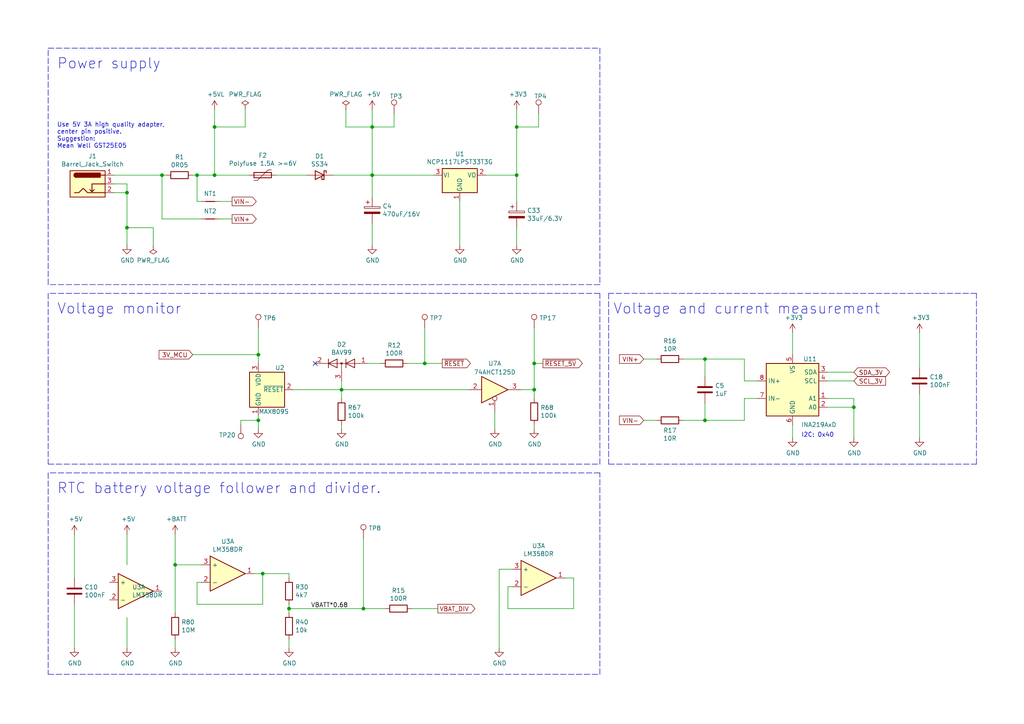
<source format=kicad_sch>
(kicad_sch (version 20211123) (generator eeschema)

  (uuid 637c5908-9371-4d80-a19b-036e111ef5cd)

  (paper "A4")

  (title_block
    (title "Sunrise clock main board")
    (date "2021-08-06")
    (rev "V1.1")
    (company "https://github.com/atoomnetmarc/Sunrise-clock-hardware")
  )

  (lib_symbols
    (symbol "74xx:74LS125" (pin_names (offset 1.016)) (in_bom yes) (on_board yes)
      (property "Reference" "U" (id 0) (at 0 1.27 0)
        (effects (font (size 1.27 1.27)))
      )
      (property "Value" "74LS125" (id 1) (at 0 -1.27 0)
        (effects (font (size 1.27 1.27)))
      )
      (property "Footprint" "" (id 2) (at 0 0 0)
        (effects (font (size 1.27 1.27)) hide)
      )
      (property "Datasheet" "http://www.ti.com/lit/gpn/sn74LS125" (id 3) (at 0 0 0)
        (effects (font (size 1.27 1.27)) hide)
      )
      (property "ki_locked" "" (id 4) (at 0 0 0)
        (effects (font (size 1.27 1.27)))
      )
      (property "ki_keywords" "TTL buffer 3State" (id 5) (at 0 0 0)
        (effects (font (size 1.27 1.27)) hide)
      )
      (property "ki_description" "Quad buffer 3-State outputs" (id 6) (at 0 0 0)
        (effects (font (size 1.27 1.27)) hide)
      )
      (property "ki_fp_filters" "DIP*W7.62mm*" (id 7) (at 0 0 0)
        (effects (font (size 1.27 1.27)) hide)
      )
      (symbol "74LS125_1_0"
        (polyline
          (pts
            (xy -3.81 3.81)
            (xy -3.81 -3.81)
            (xy 3.81 0)
            (xy -3.81 3.81)
          )
          (stroke (width 0.254) (type default) (color 0 0 0 0))
          (fill (type background))
        )
        (pin input inverted (at 0 -6.35 90) (length 4.445)
          (name "~" (effects (font (size 1.27 1.27))))
          (number "1" (effects (font (size 1.27 1.27))))
        )
        (pin input line (at -7.62 0 0) (length 3.81)
          (name "~" (effects (font (size 1.27 1.27))))
          (number "2" (effects (font (size 1.27 1.27))))
        )
        (pin tri_state line (at 7.62 0 180) (length 3.81)
          (name "~" (effects (font (size 1.27 1.27))))
          (number "3" (effects (font (size 1.27 1.27))))
        )
      )
      (symbol "74LS125_2_0"
        (polyline
          (pts
            (xy -3.81 3.81)
            (xy -3.81 -3.81)
            (xy 3.81 0)
            (xy -3.81 3.81)
          )
          (stroke (width 0.254) (type default) (color 0 0 0 0))
          (fill (type background))
        )
        (pin input inverted (at 0 -6.35 90) (length 4.445)
          (name "~" (effects (font (size 1.27 1.27))))
          (number "4" (effects (font (size 1.27 1.27))))
        )
        (pin input line (at -7.62 0 0) (length 3.81)
          (name "~" (effects (font (size 1.27 1.27))))
          (number "5" (effects (font (size 1.27 1.27))))
        )
        (pin tri_state line (at 7.62 0 180) (length 3.81)
          (name "~" (effects (font (size 1.27 1.27))))
          (number "6" (effects (font (size 1.27 1.27))))
        )
      )
      (symbol "74LS125_3_0"
        (polyline
          (pts
            (xy -3.81 3.81)
            (xy -3.81 -3.81)
            (xy 3.81 0)
            (xy -3.81 3.81)
          )
          (stroke (width 0.254) (type default) (color 0 0 0 0))
          (fill (type background))
        )
        (pin input inverted (at 0 -6.35 90) (length 4.445)
          (name "~" (effects (font (size 1.27 1.27))))
          (number "10" (effects (font (size 1.27 1.27))))
        )
        (pin tri_state line (at 7.62 0 180) (length 3.81)
          (name "~" (effects (font (size 1.27 1.27))))
          (number "8" (effects (font (size 1.27 1.27))))
        )
        (pin input line (at -7.62 0 0) (length 3.81)
          (name "~" (effects (font (size 1.27 1.27))))
          (number "9" (effects (font (size 1.27 1.27))))
        )
      )
      (symbol "74LS125_4_0"
        (polyline
          (pts
            (xy -3.81 3.81)
            (xy -3.81 -3.81)
            (xy 3.81 0)
            (xy -3.81 3.81)
          )
          (stroke (width 0.254) (type default) (color 0 0 0 0))
          (fill (type background))
        )
        (pin tri_state line (at 7.62 0 180) (length 3.81)
          (name "~" (effects (font (size 1.27 1.27))))
          (number "11" (effects (font (size 1.27 1.27))))
        )
        (pin input line (at -7.62 0 0) (length 3.81)
          (name "~" (effects (font (size 1.27 1.27))))
          (number "12" (effects (font (size 1.27 1.27))))
        )
        (pin input inverted (at 0 -6.35 90) (length 4.445)
          (name "~" (effects (font (size 1.27 1.27))))
          (number "13" (effects (font (size 1.27 1.27))))
        )
      )
      (symbol "74LS125_5_0"
        (pin power_in line (at 0 12.7 270) (length 5.08)
          (name "VCC" (effects (font (size 1.27 1.27))))
          (number "14" (effects (font (size 1.27 1.27))))
        )
        (pin power_in line (at 0 -12.7 90) (length 5.08)
          (name "GND" (effects (font (size 1.27 1.27))))
          (number "7" (effects (font (size 1.27 1.27))))
        )
      )
      (symbol "74LS125_5_1"
        (rectangle (start -5.08 7.62) (end 5.08 -7.62)
          (stroke (width 0.254) (type default) (color 0 0 0 0))
          (fill (type background))
        )
      )
    )
    (symbol "Analog_ADC:INA219AxD" (in_bom yes) (on_board yes)
      (property "Reference" "U" (id 0) (at -6.35 8.89 0)
        (effects (font (size 1.27 1.27)))
      )
      (property "Value" "INA219AxD" (id 1) (at 5.08 8.89 0)
        (effects (font (size 1.27 1.27)))
      )
      (property "Footprint" "Package_SO:SOIC-8_3.9x4.9mm_P1.27mm" (id 2) (at 20.32 -8.89 0)
        (effects (font (size 1.27 1.27)) hide)
      )
      (property "Datasheet" "http://www.ti.com/lit/ds/symlink/ina219.pdf" (id 3) (at 8.89 -2.54 0)
        (effects (font (size 1.27 1.27)) hide)
      )
      (property "ki_keywords" "ADC I2C 16-Bit Oversampling Current Shunt" (id 4) (at 0 0 0)
        (effects (font (size 1.27 1.27)) hide)
      )
      (property "ki_description" "Zero-Drift, Bidirectional Current/Power Monitor (0-26V) With I2C Interface, SOIC-8" (id 5) (at 0 0 0)
        (effects (font (size 1.27 1.27)) hide)
      )
      (property "ki_fp_filters" "SOIC*3.9x4.9mm*P1.27mm*" (id 6) (at 0 0 0)
        (effects (font (size 1.27 1.27)) hide)
      )
      (symbol "INA219AxD_0_1"
        (rectangle (start -7.62 7.62) (end 7.62 -7.62)
          (stroke (width 0.254) (type default) (color 0 0 0 0))
          (fill (type background))
        )
      )
      (symbol "INA219AxD_1_1"
        (pin input line (at 10.16 -2.54 180) (length 2.54)
          (name "A1" (effects (font (size 1.27 1.27))))
          (number "1" (effects (font (size 1.27 1.27))))
        )
        (pin input line (at 10.16 -5.08 180) (length 2.54)
          (name "A0" (effects (font (size 1.27 1.27))))
          (number "2" (effects (font (size 1.27 1.27))))
        )
        (pin bidirectional line (at 10.16 5.08 180) (length 2.54)
          (name "SDA" (effects (font (size 1.27 1.27))))
          (number "3" (effects (font (size 1.27 1.27))))
        )
        (pin input line (at 10.16 2.54 180) (length 2.54)
          (name "SCL" (effects (font (size 1.27 1.27))))
          (number "4" (effects (font (size 1.27 1.27))))
        )
        (pin power_in line (at 0 10.16 270) (length 2.54)
          (name "VS" (effects (font (size 1.27 1.27))))
          (number "5" (effects (font (size 1.27 1.27))))
        )
        (pin power_in line (at 0 -10.16 90) (length 2.54)
          (name "GND" (effects (font (size 1.27 1.27))))
          (number "6" (effects (font (size 1.27 1.27))))
        )
        (pin input line (at -10.16 -2.54 0) (length 2.54)
          (name "IN-" (effects (font (size 1.27 1.27))))
          (number "7" (effects (font (size 1.27 1.27))))
        )
        (pin input line (at -10.16 2.54 0) (length 2.54)
          (name "IN+" (effects (font (size 1.27 1.27))))
          (number "8" (effects (font (size 1.27 1.27))))
        )
      )
    )
    (symbol "Connector:Barrel_Jack_Switch" (pin_names hide) (in_bom yes) (on_board yes)
      (property "Reference" "J" (id 0) (at 0 5.334 0)
        (effects (font (size 1.27 1.27)))
      )
      (property "Value" "Barrel_Jack_Switch" (id 1) (at 0 -5.08 0)
        (effects (font (size 1.27 1.27)))
      )
      (property "Footprint" "" (id 2) (at 1.27 -1.016 0)
        (effects (font (size 1.27 1.27)) hide)
      )
      (property "Datasheet" "~" (id 3) (at 1.27 -1.016 0)
        (effects (font (size 1.27 1.27)) hide)
      )
      (property "ki_keywords" "DC power barrel jack connector" (id 4) (at 0 0 0)
        (effects (font (size 1.27 1.27)) hide)
      )
      (property "ki_description" "DC Barrel Jack with an internal switch" (id 5) (at 0 0 0)
        (effects (font (size 1.27 1.27)) hide)
      )
      (property "ki_fp_filters" "BarrelJack*" (id 6) (at 0 0 0)
        (effects (font (size 1.27 1.27)) hide)
      )
      (symbol "Barrel_Jack_Switch_0_1"
        (rectangle (start -5.08 3.81) (end 5.08 -3.81)
          (stroke (width 0.254) (type default) (color 0 0 0 0))
          (fill (type background))
        )
        (arc (start -3.302 3.175) (mid -3.937 2.54) (end -3.302 1.905)
          (stroke (width 0.254) (type default) (color 0 0 0 0))
          (fill (type none))
        )
        (arc (start -3.302 3.175) (mid -3.937 2.54) (end -3.302 1.905)
          (stroke (width 0.254) (type default) (color 0 0 0 0))
          (fill (type outline))
        )
        (polyline
          (pts
            (xy 1.27 -2.286)
            (xy 1.905 -1.651)
          )
          (stroke (width 0.254) (type default) (color 0 0 0 0))
          (fill (type none))
        )
        (polyline
          (pts
            (xy 5.08 2.54)
            (xy 3.81 2.54)
          )
          (stroke (width 0.254) (type default) (color 0 0 0 0))
          (fill (type none))
        )
        (polyline
          (pts
            (xy 5.08 0)
            (xy 1.27 0)
            (xy 1.27 -2.286)
            (xy 0.635 -1.651)
          )
          (stroke (width 0.254) (type default) (color 0 0 0 0))
          (fill (type none))
        )
        (polyline
          (pts
            (xy -3.81 -2.54)
            (xy -2.54 -2.54)
            (xy -1.27 -1.27)
            (xy 0 -2.54)
            (xy 2.54 -2.54)
            (xy 5.08 -2.54)
          )
          (stroke (width 0.254) (type default) (color 0 0 0 0))
          (fill (type none))
        )
        (rectangle (start 3.683 3.175) (end -3.302 1.905)
          (stroke (width 0.254) (type default) (color 0 0 0 0))
          (fill (type outline))
        )
      )
      (symbol "Barrel_Jack_Switch_1_1"
        (pin passive line (at 7.62 2.54 180) (length 2.54)
          (name "~" (effects (font (size 1.27 1.27))))
          (number "1" (effects (font (size 1.27 1.27))))
        )
        (pin passive line (at 7.62 -2.54 180) (length 2.54)
          (name "~" (effects (font (size 1.27 1.27))))
          (number "2" (effects (font (size 1.27 1.27))))
        )
        (pin passive line (at 7.62 0 180) (length 2.54)
          (name "~" (effects (font (size 1.27 1.27))))
          (number "3" (effects (font (size 1.27 1.27))))
        )
      )
    )
    (symbol "Connector:TestPoint" (pin_numbers hide) (pin_names (offset 0.762) hide) (in_bom yes) (on_board yes)
      (property "Reference" "TP" (id 0) (at 0 6.858 0)
        (effects (font (size 1.27 1.27)))
      )
      (property "Value" "TestPoint" (id 1) (at 0 5.08 0)
        (effects (font (size 1.27 1.27)))
      )
      (property "Footprint" "" (id 2) (at 5.08 0 0)
        (effects (font (size 1.27 1.27)) hide)
      )
      (property "Datasheet" "~" (id 3) (at 5.08 0 0)
        (effects (font (size 1.27 1.27)) hide)
      )
      (property "ki_keywords" "test point tp" (id 4) (at 0 0 0)
        (effects (font (size 1.27 1.27)) hide)
      )
      (property "ki_description" "test point" (id 5) (at 0 0 0)
        (effects (font (size 1.27 1.27)) hide)
      )
      (property "ki_fp_filters" "Pin* Test*" (id 6) (at 0 0 0)
        (effects (font (size 1.27 1.27)) hide)
      )
      (symbol "TestPoint_0_1"
        (circle (center 0 3.302) (radius 0.762)
          (stroke (width 0) (type default) (color 0 0 0 0))
          (fill (type none))
        )
      )
      (symbol "TestPoint_1_1"
        (pin passive line (at 0 0 90) (length 2.54)
          (name "1" (effects (font (size 1.27 1.27))))
          (number "1" (effects (font (size 1.27 1.27))))
        )
      )
    )
    (symbol "Device:C" (pin_numbers hide) (pin_names (offset 0.254)) (in_bom yes) (on_board yes)
      (property "Reference" "C" (id 0) (at 0.635 2.54 0)
        (effects (font (size 1.27 1.27)) (justify left))
      )
      (property "Value" "C" (id 1) (at 0.635 -2.54 0)
        (effects (font (size 1.27 1.27)) (justify left))
      )
      (property "Footprint" "" (id 2) (at 0.9652 -3.81 0)
        (effects (font (size 1.27 1.27)) hide)
      )
      (property "Datasheet" "~" (id 3) (at 0 0 0)
        (effects (font (size 1.27 1.27)) hide)
      )
      (property "ki_keywords" "cap capacitor" (id 4) (at 0 0 0)
        (effects (font (size 1.27 1.27)) hide)
      )
      (property "ki_description" "Unpolarized capacitor" (id 5) (at 0 0 0)
        (effects (font (size 1.27 1.27)) hide)
      )
      (property "ki_fp_filters" "C_*" (id 6) (at 0 0 0)
        (effects (font (size 1.27 1.27)) hide)
      )
      (symbol "C_0_1"
        (polyline
          (pts
            (xy -2.032 -0.762)
            (xy 2.032 -0.762)
          )
          (stroke (width 0.508) (type default) (color 0 0 0 0))
          (fill (type none))
        )
        (polyline
          (pts
            (xy -2.032 0.762)
            (xy 2.032 0.762)
          )
          (stroke (width 0.508) (type default) (color 0 0 0 0))
          (fill (type none))
        )
      )
      (symbol "C_1_1"
        (pin passive line (at 0 3.81 270) (length 2.794)
          (name "~" (effects (font (size 1.27 1.27))))
          (number "1" (effects (font (size 1.27 1.27))))
        )
        (pin passive line (at 0 -3.81 90) (length 2.794)
          (name "~" (effects (font (size 1.27 1.27))))
          (number "2" (effects (font (size 1.27 1.27))))
        )
      )
    )
    (symbol "Device:CP" (pin_numbers hide) (pin_names (offset 0.254)) (in_bom yes) (on_board yes)
      (property "Reference" "C" (id 0) (at 0.635 2.54 0)
        (effects (font (size 1.27 1.27)) (justify left))
      )
      (property "Value" "Device_CP" (id 1) (at 0.635 -2.54 0)
        (effects (font (size 1.27 1.27)) (justify left))
      )
      (property "Footprint" "" (id 2) (at 0.9652 -3.81 0)
        (effects (font (size 1.27 1.27)) hide)
      )
      (property "Datasheet" "" (id 3) (at 0 0 0)
        (effects (font (size 1.27 1.27)) hide)
      )
      (property "ki_fp_filters" "CP_*" (id 4) (at 0 0 0)
        (effects (font (size 1.27 1.27)) hide)
      )
      (symbol "CP_0_1"
        (rectangle (start -2.286 0.508) (end 2.286 1.016)
          (stroke (width 0) (type default) (color 0 0 0 0))
          (fill (type none))
        )
        (polyline
          (pts
            (xy -1.778 2.286)
            (xy -0.762 2.286)
          )
          (stroke (width 0) (type default) (color 0 0 0 0))
          (fill (type none))
        )
        (polyline
          (pts
            (xy -1.27 2.794)
            (xy -1.27 1.778)
          )
          (stroke (width 0) (type default) (color 0 0 0 0))
          (fill (type none))
        )
        (rectangle (start 2.286 -0.508) (end -2.286 -1.016)
          (stroke (width 0) (type default) (color 0 0 0 0))
          (fill (type outline))
        )
      )
      (symbol "CP_1_1"
        (pin passive line (at 0 3.81 270) (length 2.794)
          (name "~" (effects (font (size 1.27 1.27))))
          (number "1" (effects (font (size 1.27 1.27))))
        )
        (pin passive line (at 0 -3.81 90) (length 2.794)
          (name "~" (effects (font (size 1.27 1.27))))
          (number "2" (effects (font (size 1.27 1.27))))
        )
      )
    )
    (symbol "Device:D_Schottky" (pin_numbers hide) (pin_names (offset 1.016) hide) (in_bom yes) (on_board yes)
      (property "Reference" "D" (id 0) (at 0 2.54 0)
        (effects (font (size 1.27 1.27)))
      )
      (property "Value" "D_Schottky" (id 1) (at 0 -2.54 0)
        (effects (font (size 1.27 1.27)))
      )
      (property "Footprint" "" (id 2) (at 0 0 0)
        (effects (font (size 1.27 1.27)) hide)
      )
      (property "Datasheet" "~" (id 3) (at 0 0 0)
        (effects (font (size 1.27 1.27)) hide)
      )
      (property "ki_keywords" "diode Schottky" (id 4) (at 0 0 0)
        (effects (font (size 1.27 1.27)) hide)
      )
      (property "ki_description" "Schottky diode" (id 5) (at 0 0 0)
        (effects (font (size 1.27 1.27)) hide)
      )
      (property "ki_fp_filters" "TO-???* *_Diode_* *SingleDiode* D_*" (id 6) (at 0 0 0)
        (effects (font (size 1.27 1.27)) hide)
      )
      (symbol "D_Schottky_0_1"
        (polyline
          (pts
            (xy 1.27 0)
            (xy -1.27 0)
          )
          (stroke (width 0) (type default) (color 0 0 0 0))
          (fill (type none))
        )
        (polyline
          (pts
            (xy 1.27 1.27)
            (xy 1.27 -1.27)
            (xy -1.27 0)
            (xy 1.27 1.27)
          )
          (stroke (width 0.254) (type default) (color 0 0 0 0))
          (fill (type none))
        )
        (polyline
          (pts
            (xy -1.905 0.635)
            (xy -1.905 1.27)
            (xy -1.27 1.27)
            (xy -1.27 -1.27)
            (xy -0.635 -1.27)
            (xy -0.635 -0.635)
          )
          (stroke (width 0.254) (type default) (color 0 0 0 0))
          (fill (type none))
        )
      )
      (symbol "D_Schottky_1_1"
        (pin passive line (at -3.81 0 0) (length 2.54)
          (name "K" (effects (font (size 1.27 1.27))))
          (number "1" (effects (font (size 1.27 1.27))))
        )
        (pin passive line (at 3.81 0 180) (length 2.54)
          (name "A" (effects (font (size 1.27 1.27))))
          (number "2" (effects (font (size 1.27 1.27))))
        )
      )
    )
    (symbol "Device:Net-Tie_2" (pin_numbers hide) (pin_names (offset 0) hide) (in_bom yes) (on_board yes)
      (property "Reference" "NT" (id 0) (at 0 1.27 0)
        (effects (font (size 1.27 1.27)))
      )
      (property "Value" "Device_Net-Tie_2" (id 1) (at 0 -1.27 0)
        (effects (font (size 1.27 1.27)))
      )
      (property "Footprint" "" (id 2) (at 0 0 0)
        (effects (font (size 1.27 1.27)) hide)
      )
      (property "Datasheet" "" (id 3) (at 0 0 0)
        (effects (font (size 1.27 1.27)) hide)
      )
      (property "ki_fp_filters" "Net*Tie*" (id 4) (at 0 0 0)
        (effects (font (size 1.27 1.27)) hide)
      )
      (symbol "Net-Tie_2_0_1"
        (polyline
          (pts
            (xy -1.27 0)
            (xy 1.27 0)
          )
          (stroke (width 0.254) (type default) (color 0 0 0 0))
          (fill (type none))
        )
      )
      (symbol "Net-Tie_2_1_1"
        (pin passive line (at -2.54 0 0) (length 2.54)
          (name "1" (effects (font (size 1.27 1.27))))
          (number "1" (effects (font (size 1.27 1.27))))
        )
        (pin passive line (at 2.54 0 180) (length 2.54)
          (name "2" (effects (font (size 1.27 1.27))))
          (number "2" (effects (font (size 1.27 1.27))))
        )
      )
    )
    (symbol "Device:Opamp_Dual_Generic" (in_bom yes) (on_board yes)
      (property "Reference" "U" (id 0) (at 0 5.08 0)
        (effects (font (size 1.27 1.27)) (justify left))
      )
      (property "Value" "Device_Opamp_Dual_Generic" (id 1) (at 0 -5.08 0)
        (effects (font (size 1.27 1.27)) (justify left))
      )
      (property "Footprint" "" (id 2) (at 0 0 0)
        (effects (font (size 1.27 1.27)) hide)
      )
      (property "Datasheet" "" (id 3) (at 0 0 0)
        (effects (font (size 1.27 1.27)) hide)
      )
      (property "ki_locked" "" (id 4) (at 0 0 0)
        (effects (font (size 1.27 1.27)))
      )
      (property "ki_fp_filters" "SOIC*3.9x4.9mm*P1.27mm* DIP*W7.62mm* MSOP*3x3mm*P0.65mm* SSOP*2.95x2.8mm*P0.65mm* TSSOP*3x3mm*P0.65mm* VSSOP*P0.5mm* TO?99*" (id 5) (at 0 0 0)
        (effects (font (size 1.27 1.27)) hide)
      )
      (symbol "Opamp_Dual_Generic_1_1"
        (polyline
          (pts
            (xy -5.08 5.08)
            (xy 5.08 0)
            (xy -5.08 -5.08)
            (xy -5.08 5.08)
          )
          (stroke (width 0.254) (type default) (color 0 0 0 0))
          (fill (type background))
        )
        (pin output line (at 7.62 0 180) (length 2.54)
          (name "~" (effects (font (size 1.27 1.27))))
          (number "1" (effects (font (size 1.27 1.27))))
        )
        (pin input line (at -7.62 -2.54 0) (length 2.54)
          (name "-" (effects (font (size 1.27 1.27))))
          (number "2" (effects (font (size 1.27 1.27))))
        )
        (pin input line (at -7.62 2.54 0) (length 2.54)
          (name "+" (effects (font (size 1.27 1.27))))
          (number "3" (effects (font (size 1.27 1.27))))
        )
      )
      (symbol "Opamp_Dual_Generic_2_1"
        (polyline
          (pts
            (xy -5.08 5.08)
            (xy 5.08 0)
            (xy -5.08 -5.08)
            (xy -5.08 5.08)
          )
          (stroke (width 0.254) (type default) (color 0 0 0 0))
          (fill (type background))
        )
        (pin input line (at -7.62 2.54 0) (length 2.54)
          (name "+" (effects (font (size 1.27 1.27))))
          (number "5" (effects (font (size 1.27 1.27))))
        )
        (pin input line (at -7.62 -2.54 0) (length 2.54)
          (name "-" (effects (font (size 1.27 1.27))))
          (number "6" (effects (font (size 1.27 1.27))))
        )
        (pin output line (at 7.62 0 180) (length 2.54)
          (name "~" (effects (font (size 1.27 1.27))))
          (number "7" (effects (font (size 1.27 1.27))))
        )
      )
      (symbol "Opamp_Dual_Generic_3_1"
        (pin power_in line (at -2.54 -7.62 90) (length 3.81)
          (name "V-" (effects (font (size 1.27 1.27))))
          (number "4" (effects (font (size 1.27 1.27))))
        )
        (pin power_in line (at -2.54 7.62 270) (length 3.81)
          (name "V+" (effects (font (size 1.27 1.27))))
          (number "8" (effects (font (size 1.27 1.27))))
        )
      )
    )
    (symbol "Device:Polyfuse" (pin_numbers hide) (pin_names (offset 0)) (in_bom yes) (on_board yes)
      (property "Reference" "F" (id 0) (at -2.54 0 90)
        (effects (font (size 1.27 1.27)))
      )
      (property "Value" "Polyfuse" (id 1) (at 2.54 0 90)
        (effects (font (size 1.27 1.27)))
      )
      (property "Footprint" "" (id 2) (at 1.27 -5.08 0)
        (effects (font (size 1.27 1.27)) (justify left) hide)
      )
      (property "Datasheet" "~" (id 3) (at 0 0 0)
        (effects (font (size 1.27 1.27)) hide)
      )
      (property "ki_keywords" "resettable fuse PTC PPTC polyfuse polyswitch" (id 4) (at 0 0 0)
        (effects (font (size 1.27 1.27)) hide)
      )
      (property "ki_description" "Resettable fuse, polymeric positive temperature coefficient" (id 5) (at 0 0 0)
        (effects (font (size 1.27 1.27)) hide)
      )
      (property "ki_fp_filters" "*polyfuse* *PTC*" (id 6) (at 0 0 0)
        (effects (font (size 1.27 1.27)) hide)
      )
      (symbol "Polyfuse_0_1"
        (rectangle (start -0.762 2.54) (end 0.762 -2.54)
          (stroke (width 0.254) (type default) (color 0 0 0 0))
          (fill (type none))
        )
        (polyline
          (pts
            (xy 0 2.54)
            (xy 0 -2.54)
          )
          (stroke (width 0) (type default) (color 0 0 0 0))
          (fill (type none))
        )
        (polyline
          (pts
            (xy -1.524 2.54)
            (xy -1.524 1.524)
            (xy 1.524 -1.524)
            (xy 1.524 -2.54)
          )
          (stroke (width 0) (type default) (color 0 0 0 0))
          (fill (type none))
        )
      )
      (symbol "Polyfuse_1_1"
        (pin passive line (at 0 3.81 270) (length 1.27)
          (name "~" (effects (font (size 1.27 1.27))))
          (number "1" (effects (font (size 1.27 1.27))))
        )
        (pin passive line (at 0 -3.81 90) (length 1.27)
          (name "~" (effects (font (size 1.27 1.27))))
          (number "2" (effects (font (size 1.27 1.27))))
        )
      )
    )
    (symbol "Device:R" (pin_numbers hide) (pin_names (offset 0)) (in_bom yes) (on_board yes)
      (property "Reference" "R" (id 0) (at 2.032 0 90)
        (effects (font (size 1.27 1.27)))
      )
      (property "Value" "R" (id 1) (at 0 0 90)
        (effects (font (size 1.27 1.27)))
      )
      (property "Footprint" "" (id 2) (at -1.778 0 90)
        (effects (font (size 1.27 1.27)) hide)
      )
      (property "Datasheet" "~" (id 3) (at 0 0 0)
        (effects (font (size 1.27 1.27)) hide)
      )
      (property "ki_keywords" "R res resistor" (id 4) (at 0 0 0)
        (effects (font (size 1.27 1.27)) hide)
      )
      (property "ki_description" "Resistor" (id 5) (at 0 0 0)
        (effects (font (size 1.27 1.27)) hide)
      )
      (property "ki_fp_filters" "R_*" (id 6) (at 0 0 0)
        (effects (font (size 1.27 1.27)) hide)
      )
      (symbol "R_0_1"
        (rectangle (start -1.016 -2.54) (end 1.016 2.54)
          (stroke (width 0.254) (type default) (color 0 0 0 0))
          (fill (type none))
        )
      )
      (symbol "R_1_1"
        (pin passive line (at 0 3.81 270) (length 1.27)
          (name "~" (effects (font (size 1.27 1.27))))
          (number "1" (effects (font (size 1.27 1.27))))
        )
        (pin passive line (at 0 -3.81 90) (length 1.27)
          (name "~" (effects (font (size 1.27 1.27))))
          (number "2" (effects (font (size 1.27 1.27))))
        )
      )
    )
    (symbol "Diode:BAV99" (pin_names hide) (in_bom yes) (on_board yes)
      (property "Reference" "D" (id 0) (at 0 5.08 0)
        (effects (font (size 1.27 1.27)))
      )
      (property "Value" "BAV99" (id 1) (at 0 2.54 0)
        (effects (font (size 1.27 1.27)))
      )
      (property "Footprint" "Package_TO_SOT_SMD:SOT-23" (id 2) (at 0 -12.7 0)
        (effects (font (size 1.27 1.27)) hide)
      )
      (property "Datasheet" "https://assets.nexperia.com/documents/data-sheet/BAV99_SER.pdf" (id 3) (at 0 0 0)
        (effects (font (size 1.27 1.27)) hide)
      )
      (property "ki_keywords" "diode" (id 4) (at 0 0 0)
        (effects (font (size 1.27 1.27)) hide)
      )
      (property "ki_description" "BAV99 High-speed switching diodes, SOT-23" (id 5) (at 0 0 0)
        (effects (font (size 1.27 1.27)) hide)
      )
      (property "ki_fp_filters" "SOT?23*" (id 6) (at 0 0 0)
        (effects (font (size 1.27 1.27)) hide)
      )
      (symbol "BAV99_0_1"
        (polyline
          (pts
            (xy -5.08 0)
            (xy 5.08 0)
          )
          (stroke (width 0) (type default) (color 0 0 0 0))
          (fill (type none))
        )
      )
      (symbol "BAV99_1_1"
        (polyline
          (pts
            (xy 0 0)
            (xy 0 -2.54)
          )
          (stroke (width 0) (type default) (color 0 0 0 0))
          (fill (type none))
        )
        (polyline
          (pts
            (xy -1.27 -1.27)
            (xy -1.27 1.27)
            (xy -1.27 1.27)
          )
          (stroke (width 0.2032) (type default) (color 0 0 0 0))
          (fill (type none))
        )
        (polyline
          (pts
            (xy 3.81 1.27)
            (xy 3.81 -1.27)
            (xy 3.81 -1.27)
          )
          (stroke (width 0.2032) (type default) (color 0 0 0 0))
          (fill (type none))
        )
        (polyline
          (pts
            (xy -3.81 1.27)
            (xy -1.27 0)
            (xy -3.81 -1.27)
            (xy -3.81 1.27)
            (xy -3.81 1.27)
            (xy -3.81 1.27)
          )
          (stroke (width 0.2032) (type default) (color 0 0 0 0))
          (fill (type none))
        )
        (polyline
          (pts
            (xy 1.27 1.27)
            (xy 3.81 0)
            (xy 1.27 -1.27)
            (xy 1.27 1.27)
            (xy 1.27 1.27)
            (xy 1.27 1.27)
          )
          (stroke (width 0.2032) (type default) (color 0 0 0 0))
          (fill (type none))
        )
        (circle (center 0 0) (radius 0.254)
          (stroke (width 0) (type default) (color 0 0 0 0))
          (fill (type outline))
        )
        (pin passive line (at -7.62 0 0) (length 2.54)
          (name "K" (effects (font (size 1.27 1.27))))
          (number "1" (effects (font (size 1.27 1.27))))
        )
        (pin passive line (at 7.62 0 180) (length 2.54)
          (name "A" (effects (font (size 1.27 1.27))))
          (number "2" (effects (font (size 1.27 1.27))))
        )
        (pin passive line (at 0 -5.08 90) (length 2.54)
          (name "K" (effects (font (size 1.27 1.27))))
          (number "3" (effects (font (size 1.27 1.27))))
        )
      )
    )
    (symbol "Power_Supervisor:TPS3839DBZ" (pin_names (offset 0.254)) (in_bom yes) (on_board yes)
      (property "Reference" "U" (id 0) (at 2.54 8.89 0)
        (effects (font (size 1.27 1.27)) (justify left))
      )
      (property "Value" "TPS3839DBZ" (id 1) (at 2.54 6.35 0)
        (effects (font (size 1.27 1.27)) (justify left))
      )
      (property "Footprint" "Package_TO_SOT_SMD:SOT-23" (id 2) (at 0 0 0)
        (effects (font (size 1.27 1.27)) hide)
      )
      (property "Datasheet" "http://www.ti.com/lit/ds/sbvs193d/sbvs193d.pdf" (id 3) (at 0 0 0)
        (effects (font (size 1.27 1.27)) hide)
      )
      (property "ki_keywords" "supply voltage supervisor" (id 4) (at 0 0 0)
        (effects (font (size 1.27 1.27)) hide)
      )
      (property "ki_description" "150-nA, Ultralow Power, Supply Voltage Monitor, SOT-23" (id 5) (at 0 0 0)
        (effects (font (size 1.27 1.27)) hide)
      )
      (property "ki_fp_filters" "SOT?23*" (id 6) (at 0 0 0)
        (effects (font (size 1.27 1.27)) hide)
      )
      (symbol "TPS3839DBZ_0_1"
        (rectangle (start -2.54 5.08) (end 7.62 -5.08)
          (stroke (width 0.254) (type default) (color 0 0 0 0))
          (fill (type background))
        )
      )
      (symbol "TPS3839DBZ_1_1"
        (pin power_in line (at 0 -7.62 90) (length 2.54)
          (name "GND" (effects (font (size 1.27 1.27))))
          (number "1" (effects (font (size 1.27 1.27))))
        )
        (pin output line (at 10.16 0 180) (length 2.54)
          (name "~{RESET}" (effects (font (size 1.27 1.27))))
          (number "2" (effects (font (size 1.27 1.27))))
        )
        (pin power_in line (at 0 7.62 270) (length 2.54)
          (name "VDD" (effects (font (size 1.27 1.27))))
          (number "3" (effects (font (size 1.27 1.27))))
        )
      )
    )
    (symbol "Regulator_Linear:AMS1117-3.3" (pin_names (offset 0.254)) (in_bom yes) (on_board yes)
      (property "Reference" "U" (id 0) (at -3.81 3.175 0)
        (effects (font (size 1.27 1.27)))
      )
      (property "Value" "AMS1117-3.3" (id 1) (at 0 3.175 0)
        (effects (font (size 1.27 1.27)) (justify left))
      )
      (property "Footprint" "Package_TO_SOT_SMD:SOT-223-3_TabPin2" (id 2) (at 0 5.08 0)
        (effects (font (size 1.27 1.27)) hide)
      )
      (property "Datasheet" "http://www.advanced-monolithic.com/pdf/ds1117.pdf" (id 3) (at 2.54 -6.35 0)
        (effects (font (size 1.27 1.27)) hide)
      )
      (property "ki_keywords" "linear regulator ldo fixed positive" (id 4) (at 0 0 0)
        (effects (font (size 1.27 1.27)) hide)
      )
      (property "ki_description" "1A Low Dropout regulator, positive, 3.3V fixed output, SOT-223" (id 5) (at 0 0 0)
        (effects (font (size 1.27 1.27)) hide)
      )
      (property "ki_fp_filters" "SOT?223*TabPin2*" (id 6) (at 0 0 0)
        (effects (font (size 1.27 1.27)) hide)
      )
      (symbol "AMS1117-3.3_0_1"
        (rectangle (start -5.08 -5.08) (end 5.08 1.905)
          (stroke (width 0.254) (type default) (color 0 0 0 0))
          (fill (type background))
        )
      )
      (symbol "AMS1117-3.3_1_1"
        (pin power_in line (at 0 -7.62 90) (length 2.54)
          (name "GND" (effects (font (size 1.27 1.27))))
          (number "1" (effects (font (size 1.27 1.27))))
        )
        (pin power_out line (at 7.62 0 180) (length 2.54)
          (name "VO" (effects (font (size 1.27 1.27))))
          (number "2" (effects (font (size 1.27 1.27))))
        )
        (pin power_in line (at -7.62 0 0) (length 2.54)
          (name "VI" (effects (font (size 1.27 1.27))))
          (number "3" (effects (font (size 1.27 1.27))))
        )
      )
    )
    (symbol "power:+3.3V" (power) (pin_names (offset 0)) (in_bom yes) (on_board yes)
      (property "Reference" "#PWR" (id 0) (at 0 -3.81 0)
        (effects (font (size 1.27 1.27)) hide)
      )
      (property "Value" "+3.3V" (id 1) (at 0 3.556 0)
        (effects (font (size 1.27 1.27)))
      )
      (property "Footprint" "" (id 2) (at 0 0 0)
        (effects (font (size 1.27 1.27)) hide)
      )
      (property "Datasheet" "" (id 3) (at 0 0 0)
        (effects (font (size 1.27 1.27)) hide)
      )
      (property "ki_keywords" "power-flag" (id 4) (at 0 0 0)
        (effects (font (size 1.27 1.27)) hide)
      )
      (property "ki_description" "Power symbol creates a global label with name \"+3.3V\"" (id 5) (at 0 0 0)
        (effects (font (size 1.27 1.27)) hide)
      )
      (symbol "+3.3V_0_1"
        (polyline
          (pts
            (xy -0.762 1.27)
            (xy 0 2.54)
          )
          (stroke (width 0) (type default) (color 0 0 0 0))
          (fill (type none))
        )
        (polyline
          (pts
            (xy 0 0)
            (xy 0 2.54)
          )
          (stroke (width 0) (type default) (color 0 0 0 0))
          (fill (type none))
        )
        (polyline
          (pts
            (xy 0 2.54)
            (xy 0.762 1.27)
          )
          (stroke (width 0) (type default) (color 0 0 0 0))
          (fill (type none))
        )
      )
      (symbol "+3.3V_1_1"
        (pin power_in line (at 0 0 90) (length 0) hide
          (name "+3V3" (effects (font (size 1.27 1.27))))
          (number "1" (effects (font (size 1.27 1.27))))
        )
      )
    )
    (symbol "power:+5V" (power) (pin_names (offset 0)) (in_bom yes) (on_board yes)
      (property "Reference" "#PWR" (id 0) (at 0 -3.81 0)
        (effects (font (size 1.27 1.27)) hide)
      )
      (property "Value" "+5V" (id 1) (at 0 3.556 0)
        (effects (font (size 1.27 1.27)))
      )
      (property "Footprint" "" (id 2) (at 0 0 0)
        (effects (font (size 1.27 1.27)) hide)
      )
      (property "Datasheet" "" (id 3) (at 0 0 0)
        (effects (font (size 1.27 1.27)) hide)
      )
      (property "ki_keywords" "power-flag" (id 4) (at 0 0 0)
        (effects (font (size 1.27 1.27)) hide)
      )
      (property "ki_description" "Power symbol creates a global label with name \"+5V\"" (id 5) (at 0 0 0)
        (effects (font (size 1.27 1.27)) hide)
      )
      (symbol "+5V_0_1"
        (polyline
          (pts
            (xy -0.762 1.27)
            (xy 0 2.54)
          )
          (stroke (width 0) (type default) (color 0 0 0 0))
          (fill (type none))
        )
        (polyline
          (pts
            (xy 0 0)
            (xy 0 2.54)
          )
          (stroke (width 0) (type default) (color 0 0 0 0))
          (fill (type none))
        )
        (polyline
          (pts
            (xy 0 2.54)
            (xy 0.762 1.27)
          )
          (stroke (width 0) (type default) (color 0 0 0 0))
          (fill (type none))
        )
      )
      (symbol "+5V_1_1"
        (pin power_in line (at 0 0 90) (length 0) hide
          (name "+5V" (effects (font (size 1.27 1.27))))
          (number "1" (effects (font (size 1.27 1.27))))
        )
      )
    )
    (symbol "power:+5VL" (power) (pin_names (offset 0)) (in_bom yes) (on_board yes)
      (property "Reference" "#PWR" (id 0) (at 0 -3.81 0)
        (effects (font (size 1.27 1.27)) hide)
      )
      (property "Value" "+5VL" (id 1) (at 0 3.556 0)
        (effects (font (size 1.27 1.27)))
      )
      (property "Footprint" "" (id 2) (at 0 0 0)
        (effects (font (size 1.27 1.27)) hide)
      )
      (property "Datasheet" "" (id 3) (at 0 0 0)
        (effects (font (size 1.27 1.27)) hide)
      )
      (property "ki_keywords" "power-flag" (id 4) (at 0 0 0)
        (effects (font (size 1.27 1.27)) hide)
      )
      (property "ki_description" "Power symbol creates a global label with name \"+5VL\"" (id 5) (at 0 0 0)
        (effects (font (size 1.27 1.27)) hide)
      )
      (symbol "+5VL_0_1"
        (polyline
          (pts
            (xy -0.762 1.27)
            (xy 0 2.54)
          )
          (stroke (width 0) (type default) (color 0 0 0 0))
          (fill (type none))
        )
        (polyline
          (pts
            (xy 0 0)
            (xy 0 2.54)
          )
          (stroke (width 0) (type default) (color 0 0 0 0))
          (fill (type none))
        )
        (polyline
          (pts
            (xy 0 2.54)
            (xy 0.762 1.27)
          )
          (stroke (width 0) (type default) (color 0 0 0 0))
          (fill (type none))
        )
      )
      (symbol "+5VL_1_1"
        (pin power_in line (at 0 0 90) (length 0) hide
          (name "+5VL" (effects (font (size 1.27 1.27))))
          (number "1" (effects (font (size 1.27 1.27))))
        )
      )
    )
    (symbol "power:+BATT" (power) (pin_names (offset 0)) (in_bom yes) (on_board yes)
      (property "Reference" "#PWR" (id 0) (at 0 -3.81 0)
        (effects (font (size 1.27 1.27)) hide)
      )
      (property "Value" "+BATT" (id 1) (at 0 3.556 0)
        (effects (font (size 1.27 1.27)))
      )
      (property "Footprint" "" (id 2) (at 0 0 0)
        (effects (font (size 1.27 1.27)) hide)
      )
      (property "Datasheet" "" (id 3) (at 0 0 0)
        (effects (font (size 1.27 1.27)) hide)
      )
      (property "ki_keywords" "power-flag battery" (id 4) (at 0 0 0)
        (effects (font (size 1.27 1.27)) hide)
      )
      (property "ki_description" "Power symbol creates a global label with name \"+BATT\"" (id 5) (at 0 0 0)
        (effects (font (size 1.27 1.27)) hide)
      )
      (symbol "+BATT_0_1"
        (polyline
          (pts
            (xy -0.762 1.27)
            (xy 0 2.54)
          )
          (stroke (width 0) (type default) (color 0 0 0 0))
          (fill (type none))
        )
        (polyline
          (pts
            (xy 0 0)
            (xy 0 2.54)
          )
          (stroke (width 0) (type default) (color 0 0 0 0))
          (fill (type none))
        )
        (polyline
          (pts
            (xy 0 2.54)
            (xy 0.762 1.27)
          )
          (stroke (width 0) (type default) (color 0 0 0 0))
          (fill (type none))
        )
      )
      (symbol "+BATT_1_1"
        (pin power_in line (at 0 0 90) (length 0) hide
          (name "+BATT" (effects (font (size 1.27 1.27))))
          (number "1" (effects (font (size 1.27 1.27))))
        )
      )
    )
    (symbol "power:GND" (power) (pin_names (offset 0)) (in_bom yes) (on_board yes)
      (property "Reference" "#PWR" (id 0) (at 0 -6.35 0)
        (effects (font (size 1.27 1.27)) hide)
      )
      (property "Value" "GND" (id 1) (at 0 -3.81 0)
        (effects (font (size 1.27 1.27)))
      )
      (property "Footprint" "" (id 2) (at 0 0 0)
        (effects (font (size 1.27 1.27)) hide)
      )
      (property "Datasheet" "" (id 3) (at 0 0 0)
        (effects (font (size 1.27 1.27)) hide)
      )
      (property "ki_keywords" "power-flag" (id 4) (at 0 0 0)
        (effects (font (size 1.27 1.27)) hide)
      )
      (property "ki_description" "Power symbol creates a global label with name \"GND\" , ground" (id 5) (at 0 0 0)
        (effects (font (size 1.27 1.27)) hide)
      )
      (symbol "GND_0_1"
        (polyline
          (pts
            (xy 0 0)
            (xy 0 -1.27)
            (xy 1.27 -1.27)
            (xy 0 -2.54)
            (xy -1.27 -1.27)
            (xy 0 -1.27)
          )
          (stroke (width 0) (type default) (color 0 0 0 0))
          (fill (type none))
        )
      )
      (symbol "GND_1_1"
        (pin power_in line (at 0 0 270) (length 0) hide
          (name "GND" (effects (font (size 1.27 1.27))))
          (number "1" (effects (font (size 1.27 1.27))))
        )
      )
    )
    (symbol "power:PWR_FLAG" (power) (pin_numbers hide) (pin_names (offset 0) hide) (in_bom yes) (on_board yes)
      (property "Reference" "#FLG" (id 0) (at 0 1.905 0)
        (effects (font (size 1.27 1.27)) hide)
      )
      (property "Value" "PWR_FLAG" (id 1) (at 0 3.81 0)
        (effects (font (size 1.27 1.27)))
      )
      (property "Footprint" "" (id 2) (at 0 0 0)
        (effects (font (size 1.27 1.27)) hide)
      )
      (property "Datasheet" "~" (id 3) (at 0 0 0)
        (effects (font (size 1.27 1.27)) hide)
      )
      (property "ki_keywords" "power-flag" (id 4) (at 0 0 0)
        (effects (font (size 1.27 1.27)) hide)
      )
      (property "ki_description" "Special symbol for telling ERC where power comes from" (id 5) (at 0 0 0)
        (effects (font (size 1.27 1.27)) hide)
      )
      (symbol "PWR_FLAG_0_0"
        (pin power_out line (at 0 0 90) (length 0)
          (name "pwr" (effects (font (size 1.27 1.27))))
          (number "1" (effects (font (size 1.27 1.27))))
        )
      )
      (symbol "PWR_FLAG_0_1"
        (polyline
          (pts
            (xy 0 0)
            (xy 0 1.27)
            (xy -1.016 1.905)
            (xy 0 2.54)
            (xy 1.016 1.905)
            (xy 0 1.27)
          )
          (stroke (width 0) (type default) (color 0 0 0 0))
          (fill (type none))
        )
      )
    )
  )

  (junction (at 46.99 50.8) (diameter 0) (color 0 0 0 0)
    (uuid 2d916084-6196-4479-adf2-d8e271fa0c32)
  )
  (junction (at 204.47 121.92) (diameter 0) (color 0 0 0 0)
    (uuid 338b7824-6fa7-42ef-b79a-c6dc90689f4e)
  )
  (junction (at 76.2 166.37) (diameter 0) (color 0 0 0 0)
    (uuid 3997254a-8057-4464-ba07-e37f0720cbd8)
  )
  (junction (at 36.83 55.88) (diameter 0) (color 0 0 0 0)
    (uuid 47890384-6eaa-420c-b9ae-e68a6a7f17b5)
  )
  (junction (at 74.93 102.87) (diameter 0) (color 0 0 0 0)
    (uuid 4e0c0da6-a302-49a1-8b88-4dccac856a0b)
  )
  (junction (at 107.95 36.83) (diameter 0) (color 0 0 0 0)
    (uuid 513c5122-3fbb-44b6-aa2c-74224719f915)
  )
  (junction (at 123.19 105.41) (diameter 0) (color 0 0 0 0)
    (uuid 56b53988-7c92-40d8-a754-683f4429d93e)
  )
  (junction (at 36.83 66.04) (diameter 0) (color 0 0 0 0)
    (uuid 5891aa7f-2e48-4492-8db1-d54810991036)
  )
  (junction (at 50.8 163.83) (diameter 0) (color 0 0 0 0)
    (uuid 6579642b-a152-47f7-af0e-0d8866bdfcb8)
  )
  (junction (at 57.15 50.8) (diameter 0) (color 0 0 0 0)
    (uuid 6afdccaa-d9c7-4949-88e8-e04bfdac5efc)
  )
  (junction (at 149.86 50.8) (diameter 0) (color 0 0 0 0)
    (uuid 6c715627-9fe9-4566-9325-aed34f2a0ebd)
  )
  (junction (at 204.47 104.14) (diameter 0) (color 0 0 0 0)
    (uuid 6fb8126a-bcf3-40a3-924c-e2fbe8dba36a)
  )
  (junction (at 154.94 105.41) (diameter 0) (color 0 0 0 0)
    (uuid 72733f59-fc61-4ff2-8fe5-0440be71758a)
  )
  (junction (at 154.94 113.03) (diameter 0) (color 0 0 0 0)
    (uuid 75d5a810-84fd-42c4-a0b7-6b82d09662a2)
  )
  (junction (at 107.95 50.8) (diameter 0) (color 0 0 0 0)
    (uuid 7fd11519-eb9e-4413-8ca2-e43e38c699f6)
  )
  (junction (at 149.86 36.83) (diameter 0) (color 0 0 0 0)
    (uuid 810d1828-323c-409a-960d-456fda8be10a)
  )
  (junction (at 99.06 113.03) (diameter 0) (color 0 0 0 0)
    (uuid 8c4cd1a2-9a92-4fba-aa2e-8b86c17dce10)
  )
  (junction (at 62.23 36.83) (diameter 0) (color 0 0 0 0)
    (uuid a7035c1b-863b-4bbf-a32a-6ebba2814e2c)
  )
  (junction (at 83.82 176.53) (diameter 0) (color 0 0 0 0)
    (uuid a9ff0621-eacb-4187-ba89-29f236eec881)
  )
  (junction (at 62.23 50.8) (diameter 0) (color 0 0 0 0)
    (uuid c7524402-4dbd-4d05-888d-edab7e79a150)
  )
  (junction (at 105.41 176.53) (diameter 0) (color 0 0 0 0)
    (uuid d7b67c11-d515-46cf-bcf0-0f0ef2d0158a)
  )
  (junction (at 74.93 121.92) (diameter 0) (color 0 0 0 0)
    (uuid dfa2c928-7d9a-4cd3-90db-112716296421)
  )
  (junction (at 247.65 118.11) (diameter 0) (color 0 0 0 0)
    (uuid f8fd3b2c-9550-4b51-be47-a8d9567c972f)
  )

  (no_connect (at 91.44 105.41) (uuid 741561bb-6157-4c58-bb00-0f2a32b21238))

  (wire (pts (xy 55.88 50.8) (xy 57.15 50.8))
    (stroke (width 0) (type default) (color 0 0 0 0))
    (uuid 01657d30-6f8e-4bbd-a3dd-6a0742c69aca)
  )
  (wire (pts (xy 215.9 110.49) (xy 219.71 110.49))
    (stroke (width 0) (type default) (color 0 0 0 0))
    (uuid 059f4155-bed3-4fb2-9baa-d569f31b7e5d)
  )
  (wire (pts (xy 154.94 105.41) (xy 154.94 113.03))
    (stroke (width 0) (type default) (color 0 0 0 0))
    (uuid 064853d1-fee5-4dc2-a187-8cbdd26d3919)
  )
  (wire (pts (xy 107.95 57.15) (xy 107.95 50.8))
    (stroke (width 0) (type default) (color 0 0 0 0))
    (uuid 0667208e-872f-444a-9ed0-78a1b5f392d2)
  )
  (wire (pts (xy 147.32 176.53) (xy 166.37 176.53))
    (stroke (width 0) (type default) (color 0 0 0 0))
    (uuid 086ab04d-4086-427c-992f-819b91a9021d)
  )
  (wire (pts (xy 198.12 121.92) (xy 204.47 121.92))
    (stroke (width 0) (type default) (color 0 0 0 0))
    (uuid 09741e1c-c412-4f50-b5b7-03d5820a1bad)
  )
  (wire (pts (xy 105.41 176.53) (xy 111.76 176.53))
    (stroke (width 0) (type default) (color 0 0 0 0))
    (uuid 0ba3fcf8-07bd-443d-be28-f69a4ad80df4)
  )
  (wire (pts (xy 154.94 123.19) (xy 154.94 124.46))
    (stroke (width 0) (type default) (color 0 0 0 0))
    (uuid 0d32fbdb-2a37-4863-af10-fc85c1c6174f)
  )
  (wire (pts (xy 148.59 165.1) (xy 144.78 165.1))
    (stroke (width 0) (type default) (color 0 0 0 0))
    (uuid 0d678ff1-21aa-4e6f-ae06-abf24406f3c8)
  )
  (wire (pts (xy 83.82 176.53) (xy 83.82 177.8))
    (stroke (width 0) (type default) (color 0 0 0 0))
    (uuid 0fe3ebe2-61a9-477a-a657-d783c4c4d70e)
  )
  (wire (pts (xy 99.06 115.57) (xy 99.06 113.03))
    (stroke (width 0) (type default) (color 0 0 0 0))
    (uuid 119c633c-175b-4b38-bbc1-1a076032c16e)
  )
  (wire (pts (xy 110.49 105.41) (xy 106.68 105.41))
    (stroke (width 0) (type default) (color 0 0 0 0))
    (uuid 11cae898-6e02-4314-87c3-bfa88f249303)
  )
  (wire (pts (xy 62.23 36.83) (xy 71.12 36.83))
    (stroke (width 0) (type default) (color 0 0 0 0))
    (uuid 1558a593-7554-4709-a27f-f70400a2199d)
  )
  (wire (pts (xy 44.45 71.12) (xy 44.45 66.04))
    (stroke (width 0) (type default) (color 0 0 0 0))
    (uuid 16aa2316-1a67-45e5-b6c4-e59dd85814f4)
  )
  (wire (pts (xy 76.2 166.37) (xy 76.2 175.26))
    (stroke (width 0) (type default) (color 0 0 0 0))
    (uuid 1cbbfee4-06dd-44ee-af91-d336edf2459c)
  )
  (wire (pts (xy 118.11 105.41) (xy 123.19 105.41))
    (stroke (width 0) (type default) (color 0 0 0 0))
    (uuid 1d2d8ec8-1f1b-4d06-9a35-eff8e386bdb8)
  )
  (wire (pts (xy 83.82 176.53) (xy 105.41 176.53))
    (stroke (width 0) (type default) (color 0 0 0 0))
    (uuid 1ec648ca-df29-4910-86ed-6f48e345dbdb)
  )
  (wire (pts (xy 46.99 63.5) (xy 46.99 50.8))
    (stroke (width 0) (type default) (color 0 0 0 0))
    (uuid 200b738a-50e9-4f57-b197-9a6a0ae11af3)
  )
  (wire (pts (xy 105.41 156.21) (xy 105.41 176.53))
    (stroke (width 0) (type default) (color 0 0 0 0))
    (uuid 207932d1-3fbf-4bd3-8ef6-a6601aaaae72)
  )
  (polyline (pts (xy 283.21 85.09) (xy 176.53 85.09))
    (stroke (width 0) (type default) (color 0 0 0 0))
    (uuid 217a6ab0-8c75-4e09-8113-c7b7b906da43)
  )
  (polyline (pts (xy 173.99 134.62) (xy 173.99 85.09))
    (stroke (width 0) (type default) (color 0 0 0 0))
    (uuid 22614aba-2c26-4590-8e12-a7a6b6de48de)
  )
  (polyline (pts (xy 176.53 85.09) (xy 176.53 134.62))
    (stroke (width 0) (type default) (color 0 0 0 0))
    (uuid 22fd57c4-481e-4417-b920-694451210da2)
  )

  (wire (pts (xy 83.82 166.37) (xy 83.82 167.64))
    (stroke (width 0) (type default) (color 0 0 0 0))
    (uuid 2949af22-2432-469e-9f07-eee60be8acbd)
  )
  (wire (pts (xy 186.69 104.14) (xy 190.5 104.14))
    (stroke (width 0) (type default) (color 0 0 0 0))
    (uuid 2af1d271-3c6a-476d-8eba-6b2aab466da3)
  )
  (wire (pts (xy 240.03 107.95) (xy 247.65 107.95))
    (stroke (width 0) (type default) (color 0 0 0 0))
    (uuid 2dba072b-3aba-4c6e-8dad-0c854cc5ab37)
  )
  (wire (pts (xy 247.65 115.57) (xy 247.65 118.11))
    (stroke (width 0) (type default) (color 0 0 0 0))
    (uuid 2fe436e0-75bf-42a2-b14a-09df5c2be702)
  )
  (wire (pts (xy 119.38 176.53) (xy 127 176.53))
    (stroke (width 0) (type default) (color 0 0 0 0))
    (uuid 2fea3f9c-a97b-4a77-88f7-98b3d8a00622)
  )
  (wire (pts (xy 149.86 36.83) (xy 149.86 31.75))
    (stroke (width 0) (type default) (color 0 0 0 0))
    (uuid 33e40dd5-556d-4de0-ab08-235c61b7ba9f)
  )
  (wire (pts (xy 83.82 175.26) (xy 83.82 176.53))
    (stroke (width 0) (type default) (color 0 0 0 0))
    (uuid 356199c8-c0f7-4995-bef0-53ad752a30c5)
  )
  (wire (pts (xy 107.95 50.8) (xy 125.73 50.8))
    (stroke (width 0) (type default) (color 0 0 0 0))
    (uuid 376da264-b219-4ddc-be78-a640bbee3aef)
  )
  (wire (pts (xy 156.21 33.02) (xy 156.21 36.83))
    (stroke (width 0) (type default) (color 0 0 0 0))
    (uuid 3a274653-eff3-4ffe-9be8-2bfd0950af0a)
  )
  (wire (pts (xy 99.06 110.49) (xy 99.06 113.03))
    (stroke (width 0) (type default) (color 0 0 0 0))
    (uuid 3a4d7b94-8b26-4555-b396-f2e88aea5db3)
  )
  (wire (pts (xy 36.83 66.04) (xy 36.83 71.12))
    (stroke (width 0) (type default) (color 0 0 0 0))
    (uuid 3b909fd4-b382-4019-8708-80d1d9a9fe1c)
  )
  (wire (pts (xy 215.9 115.57) (xy 219.71 115.57))
    (stroke (width 0) (type default) (color 0 0 0 0))
    (uuid 3d0a8609-a059-4734-b988-da00f509164d)
  )
  (wire (pts (xy 107.95 50.8) (xy 107.95 36.83))
    (stroke (width 0) (type default) (color 0 0 0 0))
    (uuid 3f1d3b22-3ba1-4783-af8d-526bce7c36db)
  )
  (wire (pts (xy 149.86 66.04) (xy 149.86 71.12))
    (stroke (width 0) (type default) (color 0 0 0 0))
    (uuid 40800b4d-424c-4738-8041-4662989d2010)
  )
  (wire (pts (xy 133.35 71.12) (xy 133.35 58.42))
    (stroke (width 0) (type default) (color 0 0 0 0))
    (uuid 4116bfc2-eab3-4c29-a983-44eacd9f10f5)
  )
  (polyline (pts (xy 283.21 134.62) (xy 283.21 85.09))
    (stroke (width 0) (type default) (color 0 0 0 0))
    (uuid 41ef6d8e-078c-46e5-a743-15f86f94b1c5)
  )

  (wire (pts (xy 69.85 121.92) (xy 74.93 121.92))
    (stroke (width 0) (type default) (color 0 0 0 0))
    (uuid 42b7a68a-3837-4773-af68-a35059da48c3)
  )
  (wire (pts (xy 247.65 110.49) (xy 240.03 110.49))
    (stroke (width 0) (type default) (color 0 0 0 0))
    (uuid 42eea0a0-d889-4e4e-980c-c3b6b62767e5)
  )
  (wire (pts (xy 33.02 53.34) (xy 36.83 53.34))
    (stroke (width 0) (type default) (color 0 0 0 0))
    (uuid 46a20b99-b616-4fa4-af79-eecf92b5c191)
  )
  (wire (pts (xy 85.09 113.03) (xy 99.06 113.03))
    (stroke (width 0) (type default) (color 0 0 0 0))
    (uuid 539dec9e-2c45-4201-ab13-cbbbab8fc31b)
  )
  (wire (pts (xy 204.47 104.14) (xy 215.9 104.14))
    (stroke (width 0) (type default) (color 0 0 0 0))
    (uuid 5a63aa46-8c18-43d5-8def-1c886562be17)
  )
  (wire (pts (xy 166.37 167.64) (xy 166.37 176.53))
    (stroke (width 0) (type default) (color 0 0 0 0))
    (uuid 5aa0e472-160b-49ac-864f-0fa7cd9cf9b0)
  )
  (wire (pts (xy 149.86 50.8) (xy 149.86 58.42))
    (stroke (width 0) (type default) (color 0 0 0 0))
    (uuid 5b5611ee-3a4f-4573-978f-2e48db0ecaf5)
  )
  (wire (pts (xy 123.19 105.41) (xy 128.27 105.41))
    (stroke (width 0) (type default) (color 0 0 0 0))
    (uuid 5da06777-0696-4bb2-8c9a-78c96b4b3e90)
  )
  (wire (pts (xy 50.8 163.83) (xy 50.8 177.8))
    (stroke (width 0) (type default) (color 0 0 0 0))
    (uuid 5de5a872-aa15-495b-b53b-b8a64bbfa4f0)
  )
  (polyline (pts (xy 13.97 13.97) (xy 173.99 13.97))
    (stroke (width 0) (type default) (color 0 0 0 0))
    (uuid 5f8cf0a3-5039-4ac4-8310-e201f8c0505f)
  )

  (wire (pts (xy 156.21 36.83) (xy 149.86 36.83))
    (stroke (width 0) (type default) (color 0 0 0 0))
    (uuid 60628c1f-f7b2-4a4b-be6f-62bc1a819432)
  )
  (wire (pts (xy 266.7 106.68) (xy 266.7 96.52))
    (stroke (width 0) (type default) (color 0 0 0 0))
    (uuid 62ab9051-fded-466c-9df1-9b40d76dc590)
  )
  (wire (pts (xy 36.83 55.88) (xy 36.83 66.04))
    (stroke (width 0) (type default) (color 0 0 0 0))
    (uuid 62c6f8ce-78e5-4ab3-bb01-2fcb0df87aa6)
  )
  (wire (pts (xy 107.95 36.83) (xy 100.33 36.83))
    (stroke (width 0) (type default) (color 0 0 0 0))
    (uuid 63892cea-0371-47b0-925d-c40106168946)
  )
  (wire (pts (xy 247.65 118.11) (xy 247.65 127))
    (stroke (width 0) (type default) (color 0 0 0 0))
    (uuid 69675058-6b96-42da-8df5-92aaf6930be8)
  )
  (wire (pts (xy 33.02 50.8) (xy 46.99 50.8))
    (stroke (width 0) (type default) (color 0 0 0 0))
    (uuid 6dfa921c-8a4f-4fcf-a0e7-8718b6271ea9)
  )
  (polyline (pts (xy 13.97 137.16) (xy 13.97 195.58))
    (stroke (width 0) (type default) (color 0 0 0 0))
    (uuid 6e21d8a8-05db-450e-863d-764ba51b5b58)
  )
  (polyline (pts (xy 173.99 195.58) (xy 173.99 137.16))
    (stroke (width 0) (type default) (color 0 0 0 0))
    (uuid 6e416a78-df14-48ee-9842-e6e24081191e)
  )

  (wire (pts (xy 50.8 163.83) (xy 50.8 154.94))
    (stroke (width 0) (type default) (color 0 0 0 0))
    (uuid 6ee71a3c-fedb-4cc6-a3c6-f3d6f3ac6767)
  )
  (wire (pts (xy 46.99 50.8) (xy 48.26 50.8))
    (stroke (width 0) (type default) (color 0 0 0 0))
    (uuid 70cf3e26-e279-4e61-a2f5-466ff5585d49)
  )
  (wire (pts (xy 58.42 163.83) (xy 50.8 163.83))
    (stroke (width 0) (type default) (color 0 0 0 0))
    (uuid 741879e3-3045-40c7-849d-7f437c35ee91)
  )
  (wire (pts (xy 99.06 113.03) (xy 135.89 113.03))
    (stroke (width 0) (type default) (color 0 0 0 0))
    (uuid 76a87642-211c-44f2-a488-190d6dc3728e)
  )
  (wire (pts (xy 57.15 175.26) (xy 57.15 168.91))
    (stroke (width 0) (type default) (color 0 0 0 0))
    (uuid 76ee303c-1cfc-45a8-ae72-af3efaba6c47)
  )
  (wire (pts (xy 62.23 36.83) (xy 62.23 50.8))
    (stroke (width 0) (type default) (color 0 0 0 0))
    (uuid 782e74f8-8e76-4e6f-bfec-df9b9d96b19d)
  )
  (wire (pts (xy 76.2 166.37) (xy 83.82 166.37))
    (stroke (width 0) (type default) (color 0 0 0 0))
    (uuid 7983b95c-14e4-4dec-ab4e-09c81071d9de)
  )
  (wire (pts (xy 215.9 121.92) (xy 215.9 115.57))
    (stroke (width 0) (type default) (color 0 0 0 0))
    (uuid 7984c59d-64f6-424c-8273-5bab21ab292d)
  )
  (wire (pts (xy 100.33 36.83) (xy 100.33 31.75))
    (stroke (width 0) (type default) (color 0 0 0 0))
    (uuid 7b8f4734-c91c-4c35-bc25-8ba9e0a60f64)
  )
  (wire (pts (xy 74.93 102.87) (xy 55.88 102.87))
    (stroke (width 0) (type default) (color 0 0 0 0))
    (uuid 7c1dbd41-291a-4aad-bf3b-16497f84df7b)
  )
  (wire (pts (xy 63.5 63.5) (xy 67.31 63.5))
    (stroke (width 0) (type default) (color 0 0 0 0))
    (uuid 7c3fa13a-5250-4394-8d82-80430597df04)
  )
  (wire (pts (xy 71.12 36.83) (xy 71.12 31.75))
    (stroke (width 0) (type default) (color 0 0 0 0))
    (uuid 7c49dc93-96a1-4a8f-a667-a4ee5ad692a0)
  )
  (wire (pts (xy 33.02 55.88) (xy 36.83 55.88))
    (stroke (width 0) (type default) (color 0 0 0 0))
    (uuid 7da6dd22-6820-4812-8b65-ceb1440c016d)
  )
  (wire (pts (xy 44.45 66.04) (xy 36.83 66.04))
    (stroke (width 0) (type default) (color 0 0 0 0))
    (uuid 7f4b7c2c-9af8-4317-9338-c2a6d8990ded)
  )
  (wire (pts (xy 74.93 95.25) (xy 74.93 102.87))
    (stroke (width 0) (type default) (color 0 0 0 0))
    (uuid 82782dc2-cb84-4d0c-b85e-b3903aca1e13)
  )
  (wire (pts (xy 73.66 166.37) (xy 76.2 166.37))
    (stroke (width 0) (type default) (color 0 0 0 0))
    (uuid 844f01a0-ac23-4a99-910e-4e91c579bb2b)
  )
  (wire (pts (xy 149.86 50.8) (xy 149.86 36.83))
    (stroke (width 0) (type default) (color 0 0 0 0))
    (uuid 8527ef2e-5212-4629-b6f5-b0130ab61dab)
  )
  (wire (pts (xy 57.15 58.42) (xy 57.15 50.8))
    (stroke (width 0) (type default) (color 0 0 0 0))
    (uuid 8634edb8-50db-43d2-95bb-5918d2cd24cc)
  )
  (wire (pts (xy 57.15 168.91) (xy 58.42 168.91))
    (stroke (width 0) (type default) (color 0 0 0 0))
    (uuid 872313a4-03e6-4e4a-b850-f54dcb50f9fc)
  )
  (wire (pts (xy 204.47 121.92) (xy 204.47 116.84))
    (stroke (width 0) (type default) (color 0 0 0 0))
    (uuid 874dbaf8-adf6-4f01-81a0-e037bac53346)
  )
  (wire (pts (xy 198.12 104.14) (xy 204.47 104.14))
    (stroke (width 0) (type default) (color 0 0 0 0))
    (uuid 8b9c1722-a1fd-4391-b4b4-854b2cc1549f)
  )
  (wire (pts (xy 36.83 179.07) (xy 36.83 187.96))
    (stroke (width 0) (type default) (color 0 0 0 0))
    (uuid 8eacb9d3-c41d-4b39-abd1-0bc8f2e97411)
  )
  (wire (pts (xy 147.32 170.18) (xy 148.59 170.18))
    (stroke (width 0) (type default) (color 0 0 0 0))
    (uuid 90337a8b-a8c5-48e1-ad0f-b0e67716fe3c)
  )
  (polyline (pts (xy 13.97 134.62) (xy 173.99 134.62))
    (stroke (width 0) (type default) (color 0 0 0 0))
    (uuid 92822296-9b31-4c78-bfe1-2dc7c2e425bc)
  )

  (wire (pts (xy 74.93 120.65) (xy 74.93 121.92))
    (stroke (width 0) (type default) (color 0 0 0 0))
    (uuid 933a17ae-06d4-4de3-aae1-d3835cc0d957)
  )
  (wire (pts (xy 151.13 113.03) (xy 154.94 113.03))
    (stroke (width 0) (type default) (color 0 0 0 0))
    (uuid 95aed042-4cef-4360-9184-83bbe2dcfbaa)
  )
  (wire (pts (xy 204.47 104.14) (xy 204.47 109.22))
    (stroke (width 0) (type default) (color 0 0 0 0))
    (uuid 9812a82a-67c8-4c7e-8eb9-2d5188d40486)
  )
  (wire (pts (xy 123.19 95.25) (xy 123.19 105.41))
    (stroke (width 0) (type default) (color 0 0 0 0))
    (uuid 9ad8e352-005c-4299-8beb-56f3b58c96b7)
  )
  (wire (pts (xy 215.9 104.14) (xy 215.9 110.49))
    (stroke (width 0) (type default) (color 0 0 0 0))
    (uuid 9d4bb085-5413-4cad-9765-4f916ffbe612)
  )
  (wire (pts (xy 88.9 50.8) (xy 80.01 50.8))
    (stroke (width 0) (type default) (color 0 0 0 0))
    (uuid 9e5b0177-ea58-4f76-8b57-ff1c6e52d9df)
  )
  (wire (pts (xy 154.94 115.57) (xy 154.94 113.03))
    (stroke (width 0) (type default) (color 0 0 0 0))
    (uuid a072347a-1cac-4ead-8c61-cfe38fd40342)
  )
  (wire (pts (xy 240.03 115.57) (xy 247.65 115.57))
    (stroke (width 0) (type default) (color 0 0 0 0))
    (uuid a2306fdc-d8f4-42ce-83f7-03c3d3fe62be)
  )
  (wire (pts (xy 143.51 119.38) (xy 143.51 124.46))
    (stroke (width 0) (type default) (color 0 0 0 0))
    (uuid a4971cc2-2bc0-4979-86df-10f6aaaa3b65)
  )
  (wire (pts (xy 140.97 50.8) (xy 149.86 50.8))
    (stroke (width 0) (type default) (color 0 0 0 0))
    (uuid a57e46ab-4127-4b88-afea-d94b5d7bc928)
  )
  (wire (pts (xy 114.3 36.83) (xy 114.3 33.02))
    (stroke (width 0) (type default) (color 0 0 0 0))
    (uuid a8470270-920a-4fed-9691-22526135f92c)
  )
  (wire (pts (xy 21.59 175.26) (xy 21.59 187.96))
    (stroke (width 0) (type default) (color 0 0 0 0))
    (uuid b20fb198-6b0b-4cab-9ba8-ea9b46e8088f)
  )
  (wire (pts (xy 190.5 121.92) (xy 186.69 121.92))
    (stroke (width 0) (type default) (color 0 0 0 0))
    (uuid b2691466-e53b-4f43-806f-abeb762713f6)
  )
  (polyline (pts (xy 173.99 137.16) (xy 13.97 137.16))
    (stroke (width 0) (type default) (color 0 0 0 0))
    (uuid b2f7301d-582c-4990-a060-4a71ef08c6eb)
  )

  (wire (pts (xy 36.83 154.94) (xy 36.83 163.83))
    (stroke (width 0) (type default) (color 0 0 0 0))
    (uuid b4afdd30-7a78-4cd8-8670-bb6dd787dcdc)
  )
  (polyline (pts (xy 13.97 82.55) (xy 13.97 13.97))
    (stroke (width 0) (type default) (color 0 0 0 0))
    (uuid b5de2bf0-583c-45d9-bc5e-15007fe3ede8)
  )

  (wire (pts (xy 74.93 121.92) (xy 74.93 124.46))
    (stroke (width 0) (type default) (color 0 0 0 0))
    (uuid b7340f23-0eaa-48ae-aea8-b5b53a0ae99a)
  )
  (wire (pts (xy 240.03 118.11) (xy 247.65 118.11))
    (stroke (width 0) (type default) (color 0 0 0 0))
    (uuid bcd0d850-a20d-42e1-b97f-b14f9222717c)
  )
  (polyline (pts (xy 173.99 85.09) (xy 13.97 85.09))
    (stroke (width 0) (type default) (color 0 0 0 0))
    (uuid bf3524aa-7451-4bff-a4df-53f0aa1c0aeb)
  )
  (polyline (pts (xy 173.99 82.55) (xy 13.97 82.55))
    (stroke (width 0) (type default) (color 0 0 0 0))
    (uuid bfdbfa5d-af60-4bcb-aaee-563dc6121e2f)
  )

  (wire (pts (xy 83.82 185.42) (xy 83.82 187.96))
    (stroke (width 0) (type default) (color 0 0 0 0))
    (uuid cb0f5a26-0827-4807-aea7-55b25947b9d5)
  )
  (wire (pts (xy 229.87 102.87) (xy 229.87 96.52))
    (stroke (width 0) (type default) (color 0 0 0 0))
    (uuid cdea6ba1-cc65-46ec-9776-a403fa76c4fe)
  )
  (wire (pts (xy 57.15 50.8) (xy 62.23 50.8))
    (stroke (width 0) (type default) (color 0 0 0 0))
    (uuid d2683b99-bb18-4d41-a0c5-df26e16e4210)
  )
  (wire (pts (xy 58.42 58.42) (xy 57.15 58.42))
    (stroke (width 0) (type default) (color 0 0 0 0))
    (uuid d32a1d0f-6a8f-45b4-822f-8b613131fd8a)
  )
  (wire (pts (xy 107.95 64.77) (xy 107.95 71.12))
    (stroke (width 0) (type default) (color 0 0 0 0))
    (uuid d37a42c4-6950-4517-b4dd-96056acf0925)
  )
  (wire (pts (xy 62.23 31.75) (xy 62.23 36.83))
    (stroke (width 0) (type default) (color 0 0 0 0))
    (uuid d5128f0b-0a4f-4337-a7f7-9a3dfe4ad4f9)
  )
  (wire (pts (xy 74.93 102.87) (xy 74.93 105.41))
    (stroke (width 0) (type default) (color 0 0 0 0))
    (uuid d799aac7-79c2-4447-bfa3-8eb302b60af7)
  )
  (polyline (pts (xy 176.53 134.62) (xy 283.21 134.62))
    (stroke (width 0) (type default) (color 0 0 0 0))
    (uuid da151d0a-a1fa-4865-aa78-eb4b6082fbfd)
  )

  (wire (pts (xy 229.87 127) (xy 229.87 123.19))
    (stroke (width 0) (type default) (color 0 0 0 0))
    (uuid e2701ea2-e23f-44f2-a20e-c9e74ea88bb1)
  )
  (polyline (pts (xy 13.97 85.09) (xy 13.97 134.62))
    (stroke (width 0) (type default) (color 0 0 0 0))
    (uuid e315fb88-f764-4ec7-a92b-006692d5e26f)
  )

  (wire (pts (xy 21.59 167.64) (xy 21.59 154.94))
    (stroke (width 0) (type default) (color 0 0 0 0))
    (uuid e3903eeb-8b72-4b40-a088-cbbba270c01b)
  )
  (wire (pts (xy 144.78 165.1) (xy 144.78 187.96))
    (stroke (width 0) (type default) (color 0 0 0 0))
    (uuid e7c8f673-e523-47ce-91b8-92cf1c7605ce)
  )
  (wire (pts (xy 96.52 50.8) (xy 107.95 50.8))
    (stroke (width 0) (type default) (color 0 0 0 0))
    (uuid e8cb6cb3-dd2b-4328-8592-132e369ebb71)
  )
  (wire (pts (xy 50.8 185.42) (xy 50.8 187.96))
    (stroke (width 0) (type default) (color 0 0 0 0))
    (uuid eac540a2-0555-4530-b9cb-9b037a65c0a7)
  )
  (wire (pts (xy 147.32 176.53) (xy 147.32 170.18))
    (stroke (width 0) (type default) (color 0 0 0 0))
    (uuid eb83440d-aa8b-4a1e-9e93-00cf0de78de9)
  )
  (wire (pts (xy 154.94 105.41) (xy 157.48 105.41))
    (stroke (width 0) (type default) (color 0 0 0 0))
    (uuid ec1ade12-3e4c-4517-be56-01c5cfbeed11)
  )
  (wire (pts (xy 107.95 36.83) (xy 107.95 31.75))
    (stroke (width 0) (type default) (color 0 0 0 0))
    (uuid ec7073f7-f754-4ee6-a977-3d11d16480f8)
  )
  (wire (pts (xy 36.83 53.34) (xy 36.83 55.88))
    (stroke (width 0) (type default) (color 0 0 0 0))
    (uuid ee3188d0-94cf-4bcc-9f57-e516684fc142)
  )
  (wire (pts (xy 204.47 121.92) (xy 215.9 121.92))
    (stroke (width 0) (type default) (color 0 0 0 0))
    (uuid ee80c1b4-78a3-4713-a7cd-fc09dd9d2b28)
  )
  (wire (pts (xy 266.7 114.3) (xy 266.7 127))
    (stroke (width 0) (type default) (color 0 0 0 0))
    (uuid f17daa22-500e-4b54-81a7-f5c3878a87d9)
  )
  (wire (pts (xy 63.5 58.42) (xy 67.31 58.42))
    (stroke (width 0) (type default) (color 0 0 0 0))
    (uuid f368b66f-c8a4-4ccf-b925-3f03c13bf28f)
  )
  (wire (pts (xy 154.94 105.41) (xy 154.94 95.25))
    (stroke (width 0) (type default) (color 0 0 0 0))
    (uuid f8e927af-4836-4b0f-8a57-dbca5a18a442)
  )
  (wire (pts (xy 76.2 175.26) (xy 57.15 175.26))
    (stroke (width 0) (type default) (color 0 0 0 0))
    (uuid f8e9fc00-8f60-4688-b1c9-6de1e4c0c204)
  )
  (wire (pts (xy 107.95 36.83) (xy 114.3 36.83))
    (stroke (width 0) (type default) (color 0 0 0 0))
    (uuid f99552ce-0729-4ada-aef3-5686270d7c4d)
  )
  (wire (pts (xy 69.85 123.19) (xy 69.85 121.92))
    (stroke (width 0) (type default) (color 0 0 0 0))
    (uuid f9e60890-c09c-4221-9409-43a2ec4885e8)
  )
  (polyline (pts (xy 13.97 195.58) (xy 173.99 195.58))
    (stroke (width 0) (type default) (color 0 0 0 0))
    (uuid fa574bf3-ac2e-449d-91be-bcb1e35bdaba)
  )

  (wire (pts (xy 99.06 123.19) (xy 99.06 124.46))
    (stroke (width 0) (type default) (color 0 0 0 0))
    (uuid fb4e7351-d265-4999-adf6-bc7596c21cf3)
  )
  (wire (pts (xy 58.42 63.5) (xy 46.99 63.5))
    (stroke (width 0) (type default) (color 0 0 0 0))
    (uuid fc80fa5b-8c07-4dda-8002-331dcafd556b)
  )
  (polyline (pts (xy 173.99 13.97) (xy 173.99 82.55))
    (stroke (width 0) (type default) (color 0 0 0 0))
    (uuid fd693e1b-ee8d-4a26-aae0-561ba4b09a82)
  )

  (wire (pts (xy 62.23 50.8) (xy 72.39 50.8))
    (stroke (width 0) (type default) (color 0 0 0 0))
    (uuid fed6a1e7-e233-4dff-87e0-8992a65c8dd0)
  )
  (wire (pts (xy 163.83 167.64) (xy 166.37 167.64))
    (stroke (width 0) (type default) (color 0 0 0 0))
    (uuid ffde4898-4c0e-4c24-bd8c-aadcd7279172)
  )

  (text "Voltage monitor" (at 16.51 91.44 0)
    (effects (font (size 2.9972 2.9972)) (justify left bottom))
    (uuid 1a1da3ab-0792-420a-a2dd-c670f9cd52e8)
  )
  (text "Voltage and current measurement" (at 177.8 91.44 0)
    (effects (font (size 2.9972 2.9972)) (justify left bottom))
    (uuid 57881c8f-ea31-4450-bce6-89885e0a9bfd)
  )
  (text "I2C: 0x40" (at 232.41 127 0)
    (effects (font (size 1.27 1.27)) (justify left bottom))
    (uuid 7195a7f5-2a0f-4cae-8649-2cc5cbdffe2b)
  )
  (text "Use 5V 3A high quality adapter, \ncenter pin positive.\nSuggestion: \nMean Well GST25E05"
    (at 16.51 43.18 0)
    (effects (font (size 1.27 1.27)) (justify left bottom))
    (uuid bc29a09d-ebbe-4bab-9edb-114e75ee17a4)
  )
  (text "RTC battery voltage follower and divider." (at 16.51 143.51 0)
    (effects (font (size 2.9972 2.9972)) (justify left bottom))
    (uuid cf45f134-35c0-4b31-91e7-048e45f34bf8)
  )
  (text "Power supply" (at 16.51 20.32 0)
    (effects (font (size 2.9972 2.9972)) (justify left bottom))
    (uuid e8a49c58-e69f-4870-ab15-e73f66a8d02b)
  )

  (label "VBATT*0.68" (at 90.17 176.53 0)
    (effects (font (size 1.27 1.27)) (justify left bottom))
    (uuid 9f5c7a80-7220-432e-865b-d1468e8a8d4c)
  )

  (global_label "VIN+" (shape input) (at 186.69 104.14 180) (fields_autoplaced)
    (effects (font (size 1.27 1.27)) (justify right))
    (uuid 32f4eb0d-8b7c-4e0f-8b4a-904219172497)
    (property "Intersheet References" "${INTERSHEET_REFS}" (id 0) (at 0 0 0)
      (effects (font (size 1.27 1.27)) hide)
    )
  )
  (global_label "3V_MCU" (shape input) (at 55.88 102.87 180) (fields_autoplaced)
    (effects (font (size 1.27 1.27)) (justify right))
    (uuid 3ba59656-e36e-4caa-8957-90ed8686b3d3)
    (property "Intersheet References" "${INTERSHEET_REFS}" (id 0) (at 0 0 0)
      (effects (font (size 1.27 1.27)) hide)
    )
  )
  (global_label "~{RESET}" (shape output) (at 128.27 105.41 0) (fields_autoplaced)
    (effects (font (size 1.27 1.27)) (justify left))
    (uuid 4c069f0b-8c76-44a0-a999-7bd72a3e8dee)
    (property "Intersheet References" "${INTERSHEET_REFS}" (id 0) (at 0 0 0)
      (effects (font (size 1.27 1.27)) hide)
    )
  )
  (global_label "VBAT_DIV" (shape output) (at 127 176.53 0) (fields_autoplaced)
    (effects (font (size 1.27 1.27)) (justify left))
    (uuid 56bbedad-6259-4443-b321-0ffa1f89c336)
    (property "Intersheet References" "${INTERSHEET_REFS}" (id 0) (at 0 0 0)
      (effects (font (size 1.27 1.27)) hide)
    )
  )
  (global_label "VIN-" (shape output) (at 67.31 58.42 0) (fields_autoplaced)
    (effects (font (size 1.27 1.27)) (justify left))
    (uuid 6024ea82-89e7-47fa-a1cd-0f37ee126f02)
    (property "Intersheet References" "${INTERSHEET_REFS}" (id 0) (at 0 0 0)
      (effects (font (size 1.27 1.27)) hide)
    )
  )
  (global_label "SDA_3V" (shape bidirectional) (at 247.65 107.95 0) (fields_autoplaced)
    (effects (font (size 1.27 1.27)) (justify left))
    (uuid 7fc6eda3-a41a-4ab9-935d-37e18cb30594)
    (property "Intersheet References" "${INTERSHEET_REFS}" (id 0) (at 0 0 0)
      (effects (font (size 1.27 1.27)) hide)
    )
  )
  (global_label "SCL_3V" (shape input) (at 247.65 110.49 0) (fields_autoplaced)
    (effects (font (size 1.27 1.27)) (justify left))
    (uuid 920101e0-4dde-4453-ba02-4211cb357ea2)
    (property "Intersheet References" "${INTERSHEET_REFS}" (id 0) (at 0 0 0)
      (effects (font (size 1.27 1.27)) hide)
    )
  )
  (global_label "~{RESET_5V}" (shape output) (at 157.48 105.41 0) (fields_autoplaced)
    (effects (font (size 1.27 1.27)) (justify left))
    (uuid d316b729-072f-4d15-a495-cbeb8407aea0)
    (property "Intersheet References" "${INTERSHEET_REFS}" (id 0) (at 0 0 0)
      (effects (font (size 1.27 1.27)) hide)
    )
  )
  (global_label "VIN-" (shape input) (at 186.69 121.92 180) (fields_autoplaced)
    (effects (font (size 1.27 1.27)) (justify right))
    (uuid e63748d3-3196-486f-8f95-bb4d9876653d)
    (property "Intersheet References" "${INTERSHEET_REFS}" (id 0) (at 0 0 0)
      (effects (font (size 1.27 1.27)) hide)
    )
  )
  (global_label "VIN+" (shape output) (at 67.31 63.5 0) (fields_autoplaced)
    (effects (font (size 1.27 1.27)) (justify left))
    (uuid f4f6e269-d484-4c43-84cc-450e042e2e24)
    (property "Intersheet References" "${INTERSHEET_REFS}" (id 0) (at 0 0 0)
      (effects (font (size 1.27 1.27)) hide)
    )
  )

  (symbol (lib_id "Regulator_Linear:AMS1117-3.3") (at 133.35 50.8 0) (unit 1)
    (in_bom yes) (on_board yes)
    (uuid 00000000-0000-0000-0000-00005fe34c73)
    (property "Reference" "U1" (id 0) (at 133.35 44.6532 0))
    (property "Value" "NCP1117LPST33T3G" (id 1) (at 133.35 46.9646 0))
    (property "Footprint" "Package_TO_SOT_SMD:SOT-223-3_TabPin2" (id 2) (at 133.35 45.72 0)
      (effects (font (size 1.27 1.27)) hide)
    )
    (property "Datasheet" "http://www.advanced-monolithic.com/pdf/ds1117.pdf" (id 3) (at 135.89 57.15 0)
      (effects (font (size 1.27 1.27)) hide)
    )
    (pin "1" (uuid 453b3670-8c85-4220-a800-913b6f2c65ef))
    (pin "2" (uuid 1e71404c-6ab7-4adb-ab76-f31a602c5d23))
    (pin "3" (uuid d4cb1c97-cccc-466c-acdb-ae231689d985))
  )

  (symbol (lib_id "power:GND") (at 133.35 71.12 0)
    (in_bom yes) (on_board yes)
    (uuid 00000000-0000-0000-0000-00005fe35eba)
    (property "Reference" "#PWR0107" (id 0) (at 133.35 77.47 0)
      (effects (font (size 1.27 1.27)) hide)
    )
    (property "Value" "GND" (id 1) (at 133.477 75.5142 0))
    (property "Footprint" "" (id 2) (at 133.35 71.12 0)
      (effects (font (size 1.27 1.27)) hide)
    )
    (property "Datasheet" "" (id 3) (at 133.35 71.12 0)
      (effects (font (size 1.27 1.27)) hide)
    )
    (pin "1" (uuid 9bc91ea8-af56-4bcf-ad84-b0307adf796c))
  )

  (symbol (lib_id "Device:CP") (at 149.86 62.23 0) (unit 1)
    (in_bom yes) (on_board yes)
    (uuid 00000000-0000-0000-0000-00005fe382ea)
    (property "Reference" "C33" (id 0) (at 152.8572 61.0616 0)
      (effects (font (size 1.27 1.27)) (justify left))
    )
    (property "Value" "33uF/6.3V" (id 1) (at 152.8572 63.373 0)
      (effects (font (size 1.27 1.27)) (justify left))
    )
    (property "Footprint" "Capacitor_SMD:CP_Elec_4x5.4" (id 2) (at 150.8252 66.04 0)
      (effects (font (size 1.27 1.27)) hide)
    )
    (property "Datasheet" "~" (id 3) (at 149.86 62.23 0)
      (effects (font (size 1.27 1.27)) hide)
    )
    (pin "1" (uuid 1aea102e-8455-467f-a6e1-b7dc367e5a10))
    (pin "2" (uuid 7b41b887-bab4-4a68-908c-9337a261be27))
  )

  (symbol (lib_id "power:GND") (at 149.86 71.12 0)
    (in_bom yes) (on_board yes)
    (uuid 00000000-0000-0000-0000-00005fe38873)
    (property "Reference" "#PWR0108" (id 0) (at 149.86 77.47 0)
      (effects (font (size 1.27 1.27)) hide)
    )
    (property "Value" "GND" (id 1) (at 149.987 75.5142 0))
    (property "Footprint" "" (id 2) (at 149.86 71.12 0)
      (effects (font (size 1.27 1.27)) hide)
    )
    (property "Datasheet" "" (id 3) (at 149.86 71.12 0)
      (effects (font (size 1.27 1.27)) hide)
    )
    (pin "1" (uuid d2146095-1108-4c63-af3b-6b61e4980376))
  )

  (symbol (lib_id "power:+3.3V") (at 149.86 31.75 0)
    (in_bom yes) (on_board yes)
    (uuid 00000000-0000-0000-0000-00005fe39f1b)
    (property "Reference" "#PWR0104" (id 0) (at 149.86 35.56 0)
      (effects (font (size 1.27 1.27)) hide)
    )
    (property "Value" "+3.3V" (id 1) (at 150.241 27.3558 0))
    (property "Footprint" "" (id 2) (at 149.86 31.75 0)
      (effects (font (size 1.27 1.27)) hide)
    )
    (property "Datasheet" "" (id 3) (at 149.86 31.75 0)
      (effects (font (size 1.27 1.27)) hide)
    )
    (pin "1" (uuid e9fa5219-3e83-43ff-9054-dde4de2d6015))
  )

  (symbol (lib_id "Connector:TestPoint") (at 114.3 33.02 0)
    (in_bom yes) (on_board yes)
    (uuid 00000000-0000-0000-0000-00005fe461a5)
    (property "Reference" "TP3" (id 0) (at 113.03 27.94 0)
      (effects (font (size 1.27 1.27)) (justify left))
    )
    (property "Value" "TestPoint" (id 1) (at 115.7732 32.3342 0)
      (effects (font (size 1.27 1.27)) (justify left) hide)
    )
    (property "Footprint" "TestPoint:TestPoint_THTPad_1.5x1.5mm_Drill0.7mm" (id 2) (at 119.38 33.02 0)
      (effects (font (size 1.27 1.27)) hide)
    )
    (property "Datasheet" "~" (id 3) (at 119.38 33.02 0)
      (effects (font (size 1.27 1.27)) hide)
    )
    (pin "1" (uuid 4a6d3674-991c-45de-ba45-a6dc2619b0ac))
  )

  (symbol (lib_id "Connector:TestPoint") (at 156.21 33.02 0)
    (in_bom yes) (on_board yes)
    (uuid 00000000-0000-0000-0000-00005fe4aec3)
    (property "Reference" "TP4" (id 0) (at 154.94 27.94 0)
      (effects (font (size 1.27 1.27)) (justify left))
    )
    (property "Value" "TestPoint" (id 1) (at 157.6832 32.3342 0)
      (effects (font (size 1.27 1.27)) (justify left) hide)
    )
    (property "Footprint" "TestPoint:TestPoint_THTPad_1.5x1.5mm_Drill0.7mm" (id 2) (at 161.29 33.02 0)
      (effects (font (size 1.27 1.27)) hide)
    )
    (property "Datasheet" "~" (id 3) (at 161.29 33.02 0)
      (effects (font (size 1.27 1.27)) hide)
    )
    (pin "1" (uuid 9852ffd5-ae58-41c0-95c1-bb80b93242de))
  )

  (symbol (lib_id "Connector:TestPoint") (at 123.19 95.25 0)
    (in_bom yes) (on_board yes)
    (uuid 00000000-0000-0000-0000-00005fe4c814)
    (property "Reference" "TP7" (id 0) (at 124.6632 92.2528 0)
      (effects (font (size 1.27 1.27)) (justify left))
    )
    (property "Value" "TestPoint" (id 1) (at 124.6632 94.5642 0)
      (effects (font (size 1.27 1.27)) (justify left) hide)
    )
    (property "Footprint" "TestPoint:TestPoint_THTPad_1.5x1.5mm_Drill0.7mm" (id 2) (at 128.27 95.25 0)
      (effects (font (size 1.27 1.27)) hide)
    )
    (property "Datasheet" "~" (id 3) (at 128.27 95.25 0)
      (effects (font (size 1.27 1.27)) hide)
    )
    (pin "1" (uuid 2e631638-fab3-4ba6-b582-cd055e462680))
  )

  (symbol (lib_id "Connector:TestPoint") (at 105.41 156.21 0)
    (in_bom yes) (on_board yes)
    (uuid 00000000-0000-0000-0000-00005fe4f0d5)
    (property "Reference" "TP8" (id 0) (at 106.8832 153.2128 0)
      (effects (font (size 1.27 1.27)) (justify left))
    )
    (property "Value" "TestPoint" (id 1) (at 106.8832 155.5242 0)
      (effects (font (size 1.27 1.27)) (justify left) hide)
    )
    (property "Footprint" "TestPoint:TestPoint_THTPad_1.5x1.5mm_Drill0.7mm" (id 2) (at 110.49 156.21 0)
      (effects (font (size 1.27 1.27)) hide)
    )
    (property "Datasheet" "~" (id 3) (at 110.49 156.21 0)
      (effects (font (size 1.27 1.27)) hide)
    )
    (pin "1" (uuid 8cc0c4f3-3752-40f0-b708-21a7fa9f7ab9))
  )

  (symbol (lib_id "Connector:Barrel_Jack_Switch") (at 25.4 53.34 0) (unit 1)
    (in_bom yes) (on_board yes)
    (uuid 00000000-0000-0000-0000-00005fe5ed9f)
    (property "Reference" "J1" (id 0) (at 26.8478 45.2882 0))
    (property "Value" "Barrel_Jack_Switch" (id 1) (at 26.8478 47.5996 0))
    (property "Footprint" "Connector_BarrelJack-fixed:BarrelJack_Horizontal" (id 2) (at 26.67 54.356 0)
      (effects (font (size 1.27 1.27)) hide)
    )
    (property "Datasheet" "~" (id 3) (at 26.67 54.356 0)
      (effects (font (size 1.27 1.27)) hide)
    )
    (pin "1" (uuid d48f1ca3-8623-44f4-b65c-59f36f9c0699))
    (pin "2" (uuid 852cf367-fb9c-4925-b054-9cbb97cff8cb))
    (pin "3" (uuid d88efb4f-8308-49e6-9154-1da2ad8b0e37))
  )

  (symbol (lib_id "Device:CP") (at 107.95 60.96 0) (unit 1)
    (in_bom yes) (on_board yes)
    (uuid 00000000-0000-0000-0000-00005fea0c14)
    (property "Reference" "C4" (id 0) (at 110.9472 59.7916 0)
      (effects (font (size 1.27 1.27)) (justify left))
    )
    (property "Value" "470uF/16V" (id 1) (at 110.9472 62.103 0)
      (effects (font (size 1.27 1.27)) (justify left))
    )
    (property "Footprint" "Capacitor_SMD:C_Elec_10x10.2" (id 2) (at 108.9152 64.77 0)
      (effects (font (size 1.27 1.27)) hide)
    )
    (property "Datasheet" "~" (id 3) (at 107.95 60.96 0)
      (effects (font (size 1.27 1.27)) hide)
    )
    (pin "1" (uuid 5508d34c-348e-48a8-8073-9c5b824a35cc))
    (pin "2" (uuid 03b9ec69-c16c-4458-b5c5-62d0a97534fe))
  )

  (symbol (lib_id "power:GND") (at 107.95 71.12 0)
    (in_bom yes) (on_board yes)
    (uuid 00000000-0000-0000-0000-00005fea10fb)
    (property "Reference" "#PWR035" (id 0) (at 107.95 77.47 0)
      (effects (font (size 1.27 1.27)) hide)
    )
    (property "Value" "GND" (id 1) (at 108.077 75.5142 0))
    (property "Footprint" "" (id 2) (at 107.95 71.12 0)
      (effects (font (size 1.27 1.27)) hide)
    )
    (property "Datasheet" "" (id 3) (at 107.95 71.12 0)
      (effects (font (size 1.27 1.27)) hide)
    )
    (pin "1" (uuid 2e828beb-5929-4499-9b16-c321ee215207))
  )

  (symbol (lib_id "Connector:TestPoint") (at 74.93 95.25 0)
    (in_bom yes) (on_board yes)
    (uuid 00000000-0000-0000-0000-00005fea4cd8)
    (property "Reference" "TP6" (id 0) (at 76.4032 92.2528 0)
      (effects (font (size 1.27 1.27)) (justify left))
    )
    (property "Value" "TestPoint" (id 1) (at 76.4032 94.5642 0)
      (effects (font (size 1.27 1.27)) (justify left) hide)
    )
    (property "Footprint" "TestPoint:TestPoint_THTPad_1.5x1.5mm_Drill0.7mm" (id 2) (at 80.01 95.25 0)
      (effects (font (size 1.27 1.27)) hide)
    )
    (property "Datasheet" "~" (id 3) (at 80.01 95.25 0)
      (effects (font (size 1.27 1.27)) hide)
    )
    (pin "1" (uuid c5a64e72-693d-4a49-97b9-8a4972583812))
  )

  (symbol (lib_id "power:PWR_FLAG") (at 100.33 31.75 0) (unit 1)
    (in_bom yes) (on_board yes)
    (uuid 00000000-0000-0000-0000-00005feb5ac1)
    (property "Reference" "#FLG0104" (id 0) (at 100.33 29.845 0)
      (effects (font (size 1.27 1.27)) hide)
    )
    (property "Value" "PWR_FLAG" (id 1) (at 100.33 27.3558 0))
    (property "Footprint" "" (id 2) (at 100.33 31.75 0)
      (effects (font (size 1.27 1.27)) hide)
    )
    (property "Datasheet" "~" (id 3) (at 100.33 31.75 0)
      (effects (font (size 1.27 1.27)) hide)
    )
    (pin "1" (uuid 2a51c2a8-9f13-4267-981b-3726e167ed8b))
  )

  (symbol (lib_id "74xx:74LS125") (at 143.51 113.03 0)
    (in_bom yes) (on_board yes)
    (uuid 00000000-0000-0000-0000-00005fecb747)
    (property "Reference" "U7" (id 0) (at 143.51 105.41 0))
    (property "Value" "74AHCT125D" (id 1) (at 143.51 107.95 0))
    (property "Footprint" "Package_SO-fixed:SO-14_3.9x8.65mm_P1.27mm" (id 2) (at 143.51 113.03 0)
      (effects (font (size 1.27 1.27)) hide)
    )
    (property "Datasheet" "http://www.ti.com/lit/gpn/sn74LS125" (id 3) (at 143.51 113.03 0)
      (effects (font (size 1.27 1.27)) hide)
    )
    (pin "11" (uuid 9a24b031-1395-4f1d-9f0a-a7259a0e79c2))
    (pin "12" (uuid db9180ce-1b5a-44df-b99d-95b78cabd5c7))
    (pin "13" (uuid 1d804f23-35b5-4f2a-b644-4f5db6305f6e))
  )

  (symbol (lib_id "power:GND") (at 143.51 124.46 0)
    (in_bom yes) (on_board yes)
    (uuid 00000000-0000-0000-0000-00005fecb74d)
    (property "Reference" "#PWR032" (id 0) (at 143.51 130.81 0)
      (effects (font (size 1.27 1.27)) hide)
    )
    (property "Value" "GND" (id 1) (at 143.637 128.8542 0))
    (property "Footprint" "" (id 2) (at 143.51 124.46 0)
      (effects (font (size 1.27 1.27)) hide)
    )
    (property "Datasheet" "" (id 3) (at 143.51 124.46 0)
      (effects (font (size 1.27 1.27)) hide)
    )
    (pin "1" (uuid b1a36d50-c504-46b8-b95d-be8c1a7cd336))
  )

  (symbol (lib_id "Device:Opamp_Dual_Generic") (at 66.04 166.37 0)
    (in_bom yes) (on_board yes)
    (uuid 00000000-0000-0000-0000-00005ff1190d)
    (property "Reference" "U3" (id 0) (at 66.04 157.0482 0))
    (property "Value" "LM358DR" (id 1) (at 66.04 159.3596 0))
    (property "Footprint" "Package_SO:SOIC-8_3.9x4.9mm_P1.27mm" (id 2) (at 66.04 166.37 0)
      (effects (font (size 1.27 1.27)) hide)
    )
    (property "Datasheet" "~" (id 3) (at 66.04 166.37 0)
      (effects (font (size 1.27 1.27)) hide)
    )
    (pin "1" (uuid 47f34a15-7cb4-484b-a67a-724131899137))
    (pin "2" (uuid 08b561fe-ba0a-452e-8daa-9ef5d1f50a41))
    (pin "3" (uuid 2813585d-44a8-49ef-ba35-7cf2db05a37d))
  )

  (symbol (lib_id "power:+BATT") (at 50.8 154.94 0)
    (in_bom yes) (on_board yes)
    (uuid 00000000-0000-0000-0000-00005ff11918)
    (property "Reference" "#PWR0113" (id 0) (at 50.8 158.75 0)
      (effects (font (size 1.27 1.27)) hide)
    )
    (property "Value" "+BATT" (id 1) (at 51.181 150.5458 0))
    (property "Footprint" "" (id 2) (at 50.8 154.94 0)
      (effects (font (size 1.27 1.27)) hide)
    )
    (property "Datasheet" "" (id 3) (at 50.8 154.94 0)
      (effects (font (size 1.27 1.27)) hide)
    )
    (pin "1" (uuid 28f30abf-05d8-4ea7-925b-681387b4d1b0))
  )

  (symbol (lib_id "Device:R") (at 83.82 171.45 0)
    (in_bom yes) (on_board yes)
    (uuid 00000000-0000-0000-0000-00005ff11920)
    (property "Reference" "R30" (id 0) (at 85.598 170.2816 0)
      (effects (font (size 1.27 1.27)) (justify left))
    )
    (property "Value" "4k7" (id 1) (at 85.598 172.593 0)
      (effects (font (size 1.27 1.27)) (justify left))
    )
    (property "Footprint" "Resistor_SMD:R_0805_2012Metric_Pad1.20x1.40mm_HandSolder" (id 2) (at 82.042 171.45 90)
      (effects (font (size 1.27 1.27)) hide)
    )
    (property "Datasheet" "~" (id 3) (at 83.82 171.45 0)
      (effects (font (size 1.27 1.27)) hide)
    )
    (pin "1" (uuid eb8be287-6c70-4326-b689-dbfac252f7ab))
    (pin "2" (uuid 7749d2c8-4835-4bd5-a9d4-6881f7b9ed11))
  )

  (symbol (lib_id "Device:R") (at 83.82 181.61 0)
    (in_bom yes) (on_board yes)
    (uuid 00000000-0000-0000-0000-00005ff11926)
    (property "Reference" "R40" (id 0) (at 85.598 180.4416 0)
      (effects (font (size 1.27 1.27)) (justify left))
    )
    (property "Value" "10k" (id 1) (at 85.598 182.753 0)
      (effects (font (size 1.27 1.27)) (justify left))
    )
    (property "Footprint" "Resistor_SMD:R_0805_2012Metric_Pad1.20x1.40mm_HandSolder" (id 2) (at 82.042 181.61 90)
      (effects (font (size 1.27 1.27)) hide)
    )
    (property "Datasheet" "~" (id 3) (at 83.82 181.61 0)
      (effects (font (size 1.27 1.27)) hide)
    )
    (pin "1" (uuid 4793ea51-4526-4c3e-bfe4-42a979cb360f))
    (pin "2" (uuid 5999a6ce-d398-4bdb-9ebe-77e6ee85f18e))
  )

  (symbol (lib_id "power:+5V") (at 36.83 154.94 0)
    (in_bom yes) (on_board yes)
    (uuid 00000000-0000-0000-0000-00005ff1193f)
    (property "Reference" "#PWR0111" (id 0) (at 36.83 158.75 0)
      (effects (font (size 1.27 1.27)) hide)
    )
    (property "Value" "+5V" (id 1) (at 37.211 150.5458 0))
    (property "Footprint" "" (id 2) (at 36.83 154.94 0)
      (effects (font (size 1.27 1.27)) hide)
    )
    (property "Datasheet" "" (id 3) (at 36.83 154.94 0)
      (effects (font (size 1.27 1.27)) hide)
    )
    (pin "1" (uuid 296f3dd8-6376-41db-9063-78bd2de19aa4))
  )

  (symbol (lib_id "Device:Opamp_Dual_Generic") (at 39.37 171.45 0)
    (in_bom yes) (on_board yes)
    (uuid 00000000-0000-0000-0000-00005ff1196a)
    (property "Reference" "U3" (id 0) (at 38.3032 170.2816 0)
      (effects (font (size 1.27 1.27)) (justify left))
    )
    (property "Value" "LM358DR" (id 1) (at 38.3032 172.593 0)
      (effects (font (size 1.27 1.27)) (justify left))
    )
    (property "Footprint" "Package_SO:SOIC-8_3.9x4.9mm_P1.27mm" (id 2) (at 39.37 171.45 0)
      (effects (font (size 1.27 1.27)) hide)
    )
    (property "Datasheet" "~" (id 3) (at 39.37 171.45 0)
      (effects (font (size 1.27 1.27)) hide)
    )
    (pin "4" (uuid 19f30766-b320-4696-8478-d821a29638ea))
    (pin "8" (uuid c242ea5d-5ba8-4e17-b7a9-73f44e8e44aa))
  )

  (symbol (lib_id "Device:Opamp_Dual_Generic") (at 156.21 167.64 0)
    (in_bom yes) (on_board yes)
    (uuid 00000000-0000-0000-0000-00005ff11970)
    (property "Reference" "U3" (id 0) (at 156.21 158.3182 0))
    (property "Value" "LM358DR" (id 1) (at 156.21 160.6296 0))
    (property "Footprint" "Package_SO:SOIC-8_3.9x4.9mm_P1.27mm" (id 2) (at 156.21 167.64 0)
      (effects (font (size 1.27 1.27)) hide)
    )
    (property "Datasheet" "~" (id 3) (at 156.21 167.64 0)
      (effects (font (size 1.27 1.27)) hide)
    )
    (pin "5" (uuid 0707f9e4-2b41-4387-9fe5-dc7d7424d5c5))
    (pin "6" (uuid 531ccfb8-083a-4e78-8462-f015f9d0487b))
    (pin "7" (uuid ec706a97-7449-42e5-856b-954d64f5727e))
  )

  (symbol (lib_id "Device:R") (at 50.8 181.61 0)
    (in_bom yes) (on_board yes)
    (uuid 00000000-0000-0000-0000-00005ff11976)
    (property "Reference" "R80" (id 0) (at 52.578 180.4416 0)
      (effects (font (size 1.27 1.27)) (justify left))
    )
    (property "Value" "10M" (id 1) (at 52.578 182.753 0)
      (effects (font (size 1.27 1.27)) (justify left))
    )
    (property "Footprint" "Resistor_SMD:R_0805_2012Metric_Pad1.20x1.40mm_HandSolder" (id 2) (at 49.022 181.61 90)
      (effects (font (size 1.27 1.27)) hide)
    )
    (property "Datasheet" "~" (id 3) (at 50.8 181.61 0)
      (effects (font (size 1.27 1.27)) hide)
    )
    (pin "1" (uuid 127ea7ae-933f-4e85-aa46-3ce7bb8535ba))
    (pin "2" (uuid f7049c73-7b4e-4e42-8ba2-4ce606a2e7b7))
  )

  (symbol (lib_id "Device:C") (at 21.59 171.45 0)
    (in_bom yes) (on_board yes)
    (uuid 00000000-0000-0000-0000-00005ff11990)
    (property "Reference" "C10" (id 0) (at 24.511 170.2816 0)
      (effects (font (size 1.27 1.27)) (justify left))
    )
    (property "Value" "100nF" (id 1) (at 24.511 172.593 0)
      (effects (font (size 1.27 1.27)) (justify left))
    )
    (property "Footprint" "Capacitor_SMD:C_0805_2012Metric_Pad1.18x1.45mm_HandSolder" (id 2) (at 22.5552 175.26 0)
      (effects (font (size 1.27 1.27)) hide)
    )
    (property "Datasheet" "~" (id 3) (at 21.59 171.45 0)
      (effects (font (size 1.27 1.27)) hide)
    )
    (pin "1" (uuid 128e656b-031a-4295-aebb-38ab84203cc7))
    (pin "2" (uuid 5c53a653-1a8c-4d25-989b-a88f0584e825))
  )

  (symbol (lib_id "power:+5V") (at 21.59 154.94 0)
    (in_bom yes) (on_board yes)
    (uuid 00000000-0000-0000-0000-00005ff1199e)
    (property "Reference" "#PWR0110" (id 0) (at 21.59 158.75 0)
      (effects (font (size 1.27 1.27)) hide)
    )
    (property "Value" "+5V" (id 1) (at 21.971 150.5458 0))
    (property "Footprint" "" (id 2) (at 21.59 154.94 0)
      (effects (font (size 1.27 1.27)) hide)
    )
    (property "Datasheet" "" (id 3) (at 21.59 154.94 0)
      (effects (font (size 1.27 1.27)) hide)
    )
    (pin "1" (uuid 34d01bfd-0003-4054-965d-b49d48299233))
  )

  (symbol (lib_id "Connector:TestPoint") (at 154.94 95.25 0)
    (in_bom yes) (on_board yes)
    (uuid 00000000-0000-0000-0000-00005ff148fe)
    (property "Reference" "TP17" (id 0) (at 156.4132 92.2528 0)
      (effects (font (size 1.27 1.27)) (justify left))
    )
    (property "Value" "TestPoint" (id 1) (at 156.4132 94.5642 0)
      (effects (font (size 1.27 1.27)) (justify left) hide)
    )
    (property "Footprint" "TestPoint:TestPoint_THTPad_1.5x1.5mm_Drill0.7mm" (id 2) (at 160.02 95.25 0)
      (effects (font (size 1.27 1.27)) hide)
    )
    (property "Datasheet" "~" (id 3) (at 160.02 95.25 0)
      (effects (font (size 1.27 1.27)) hide)
    )
    (pin "1" (uuid 09d1c4a1-4174-4891-9812-a12653dbb579))
  )

  (symbol (lib_id "Power_Supervisor:TPS3839DBZ") (at 74.93 113.03 0)
    (in_bom yes) (on_board yes)
    (uuid 00000000-0000-0000-0000-00005ff1cd08)
    (property "Reference" "U2" (id 0) (at 82.55 106.68 0)
      (effects (font (size 1.27 1.27)) (justify right))
    )
    (property "Value" "MAX809S" (id 1) (at 83.82 119.38 0)
      (effects (font (size 1.27 1.27)) (justify right))
    )
    (property "Footprint" "Package_TO_SOT_SMD:SOT-23" (id 2) (at 74.93 113.03 0)
      (effects (font (size 1.27 1.27)) hide)
    )
    (property "Datasheet" "http://www.ti.com/lit/ds/sbvs193d/sbvs193d.pdf" (id 3) (at 74.93 113.03 0)
      (effects (font (size 1.27 1.27)) hide)
    )
    (pin "1" (uuid 566abc76-3191-496f-ae89-663e2ab9dd6d))
    (pin "2" (uuid 8e9e27f3-e491-4bb2-b6e5-1b6d67ec9991))
    (pin "3" (uuid 5594a795-af51-4cad-9b39-d81bd0bfedd7))
  )

  (symbol (lib_id "power:GND") (at 74.93 124.46 0)
    (in_bom yes) (on_board yes)
    (uuid 00000000-0000-0000-0000-00005ff1cd0e)
    (property "Reference" "#PWR0109" (id 0) (at 74.93 130.81 0)
      (effects (font (size 1.27 1.27)) hide)
    )
    (property "Value" "GND" (id 1) (at 75.057 128.8542 0))
    (property "Footprint" "" (id 2) (at 74.93 124.46 0)
      (effects (font (size 1.27 1.27)) hide)
    )
    (property "Datasheet" "" (id 3) (at 74.93 124.46 0)
      (effects (font (size 1.27 1.27)) hide)
    )
    (pin "1" (uuid b4a61a8a-1b80-4b0f-8f4e-fd779ae6b2ae))
  )

  (symbol (lib_id "Device:R") (at 114.3 105.41 270)
    (in_bom yes) (on_board yes)
    (uuid 00000000-0000-0000-0000-00005ff1cd1c)
    (property "Reference" "R12" (id 0) (at 114.3 100.1522 90))
    (property "Value" "100R" (id 1) (at 114.3 102.4636 90))
    (property "Footprint" "Resistor_SMD:R_0805_2012Metric_Pad1.20x1.40mm_HandSolder" (id 2) (at 114.3 103.632 90)
      (effects (font (size 1.27 1.27)) hide)
    )
    (property "Datasheet" "~" (id 3) (at 114.3 105.41 0)
      (effects (font (size 1.27 1.27)) hide)
    )
    (pin "1" (uuid 15ec0f36-be3f-4135-9a5c-28e2efbf9ad5))
    (pin "2" (uuid 1d81c7e7-86ed-4a4d-9428-b6a29f440ad8))
  )

  (symbol (lib_id "Device:Polyfuse") (at 76.2 50.8 270) (unit 1)
    (in_bom yes) (on_board yes)
    (uuid 00000000-0000-0000-0000-00005ff487f3)
    (property "Reference" "F2" (id 0) (at 76.2 45.085 90))
    (property "Value" "Polyfuse 1.5A >=6V" (id 1) (at 76.2 47.3964 90))
    (property "Footprint" "Fuse-fixed:Fuse_1812_4532Metric_Pad1.30x3.40mm_HandSolder" (id 2) (at 71.12 52.07 0)
      (effects (font (size 1.27 1.27)) (justify left) hide)
    )
    (property "Datasheet" "~" (id 3) (at 76.2 50.8 0)
      (effects (font (size 1.27 1.27)) hide)
    )
    (pin "1" (uuid 863ee6bd-9a8e-49fb-84d6-8d00fe76baf1))
    (pin "2" (uuid 3124ab6a-328b-4725-b3a1-73dcfb59050b))
  )

  (symbol (lib_id "power:GND") (at 36.83 71.12 0)
    (in_bom yes) (on_board yes)
    (uuid 00000000-0000-0000-0000-00006010de5a)
    (property "Reference" "#PWR0105" (id 0) (at 36.83 77.47 0)
      (effects (font (size 1.27 1.27)) hide)
    )
    (property "Value" "GND" (id 1) (at 36.957 75.5142 0))
    (property "Footprint" "" (id 2) (at 36.83 71.12 0)
      (effects (font (size 1.27 1.27)) hide)
    )
    (property "Datasheet" "" (id 3) (at 36.83 71.12 0)
      (effects (font (size 1.27 1.27)) hide)
    )
    (pin "1" (uuid 2b71c813-c8c8-4c6d-8c6a-7d628b495bac))
  )

  (symbol (lib_id "Device:D_Schottky") (at 92.71 50.8 0) (mirror y) (unit 1)
    (in_bom yes) (on_board yes)
    (uuid 00000000-0000-0000-0000-00006011460b)
    (property "Reference" "D1" (id 0) (at 92.71 45.2882 0))
    (property "Value" "SS34" (id 1) (at 92.71 47.5996 0))
    (property "Footprint" "Diode_SMD:D_SMA" (id 2) (at 92.71 50.8 0)
      (effects (font (size 1.27 1.27)) hide)
    )
    (property "Datasheet" "~" (id 3) (at 92.71 50.8 0)
      (effects (font (size 1.27 1.27)) hide)
    )
    (pin "1" (uuid 66956f53-ff80-44af-864d-24dd61d306f8))
    (pin "2" (uuid ba8ec346-7163-4df8-a75a-d2eb623dc763))
  )

  (symbol (lib_id "power:+5V") (at 107.95 31.75 0)
    (in_bom yes) (on_board yes)
    (uuid 00000000-0000-0000-0000-00006011a161)
    (property "Reference" "#PWR0103" (id 0) (at 107.95 35.56 0)
      (effects (font (size 1.27 1.27)) hide)
    )
    (property "Value" "+5V" (id 1) (at 108.331 27.3558 0))
    (property "Footprint" "" (id 2) (at 107.95 31.75 0)
      (effects (font (size 1.27 1.27)) hide)
    )
    (property "Datasheet" "" (id 3) (at 107.95 31.75 0)
      (effects (font (size 1.27 1.27)) hide)
    )
    (pin "1" (uuid 1e1eade0-f92d-46a6-862d-b19804098158))
  )

  (symbol (lib_id "power:PWR_FLAG") (at 44.45 71.12 180) (unit 1)
    (in_bom yes) (on_board yes)
    (uuid 00000000-0000-0000-0000-00006011f389)
    (property "Reference" "#FLG0102" (id 0) (at 44.45 73.025 0)
      (effects (font (size 1.27 1.27)) hide)
    )
    (property "Value" "PWR_FLAG" (id 1) (at 44.45 75.5142 0))
    (property "Footprint" "" (id 2) (at 44.45 71.12 0)
      (effects (font (size 1.27 1.27)) hide)
    )
    (property "Datasheet" "~" (id 3) (at 44.45 71.12 0)
      (effects (font (size 1.27 1.27)) hide)
    )
    (pin "1" (uuid c0d7d3ef-194b-4280-8273-48d16f1bc7db))
  )

  (symbol (lib_id "Device:R") (at 115.57 176.53 270)
    (in_bom yes) (on_board yes)
    (uuid 00000000-0000-0000-0000-000060138e4a)
    (property "Reference" "R15" (id 0) (at 115.57 171.2722 90))
    (property "Value" "100R" (id 1) (at 115.57 173.5836 90))
    (property "Footprint" "Resistor_SMD:R_0805_2012Metric_Pad1.20x1.40mm_HandSolder" (id 2) (at 115.57 174.752 90)
      (effects (font (size 1.27 1.27)) hide)
    )
    (property "Datasheet" "~" (id 3) (at 115.57 176.53 0)
      (effects (font (size 1.27 1.27)) hide)
    )
    (pin "1" (uuid 4918c113-6475-40a6-908c-8269b492bef9))
    (pin "2" (uuid 45a1cfad-d5b6-4d4a-82d3-2269232a7abf))
  )

  (symbol (lib_id "Diode:BAV99") (at 99.06 105.41 0) (mirror y)
    (in_bom yes) (on_board yes)
    (uuid 00000000-0000-0000-0000-0000606f312e)
    (property "Reference" "D2" (id 0) (at 99.06 99.9236 0))
    (property "Value" "BAV99" (id 1) (at 99.06 102.235 0))
    (property "Footprint" "Package_TO_SOT_SMD:SOT-23" (id 2) (at 99.06 118.11 0)
      (effects (font (size 1.27 1.27)) hide)
    )
    (property "Datasheet" "https://assets.nexperia.com/documents/data-sheet/BAV99_SER.pdf" (id 3) (at 99.06 105.41 0)
      (effects (font (size 1.27 1.27)) hide)
    )
    (pin "1" (uuid 97318753-e3e1-4948-ad3c-b3584b2f212b))
    (pin "2" (uuid bae48bac-0ca3-4c1d-b486-b6b591d37764))
    (pin "3" (uuid eeb01bcb-6caa-4675-8fc8-c57c315fe85e))
  )

  (symbol (lib_id "power:+5VL") (at 62.23 31.75 0) (unit 1)
    (in_bom yes) (on_board yes)
    (uuid 00000000-0000-0000-0000-00006076643d)
    (property "Reference" "#PWR0115" (id 0) (at 62.23 35.56 0)
      (effects (font (size 1.27 1.27)) hide)
    )
    (property "Value" "+5VL" (id 1) (at 62.611 27.3558 0))
    (property "Footprint" "" (id 2) (at 62.23 31.75 0)
      (effects (font (size 1.27 1.27)) hide)
    )
    (property "Datasheet" "" (id 3) (at 62.23 31.75 0)
      (effects (font (size 1.27 1.27)) hide)
    )
    (pin "1" (uuid 6c3a4627-aa05-4fa7-9a03-78bbe46a5583))
  )

  (symbol (lib_id "power:PWR_FLAG") (at 71.12 31.75 0) (unit 1)
    (in_bom yes) (on_board yes)
    (uuid 00000000-0000-0000-0000-00006076e5ba)
    (property "Reference" "#FLG0101" (id 0) (at 71.12 29.845 0)
      (effects (font (size 1.27 1.27)) hide)
    )
    (property "Value" "PWR_FLAG" (id 1) (at 71.12 27.3558 0))
    (property "Footprint" "" (id 2) (at 71.12 31.75 0)
      (effects (font (size 1.27 1.27)) hide)
    )
    (property "Datasheet" "~" (id 3) (at 71.12 31.75 0)
      (effects (font (size 1.27 1.27)) hide)
    )
    (pin "1" (uuid d37c31a6-d15c-4efe-840e-161cdc64deec))
  )

  (symbol (lib_id "Device:R") (at 99.06 119.38 0)
    (in_bom yes) (on_board yes)
    (uuid 00000000-0000-0000-0000-0000608b5efd)
    (property "Reference" "R67" (id 0) (at 100.838 118.2116 0)
      (effects (font (size 1.27 1.27)) (justify left))
    )
    (property "Value" "100k" (id 1) (at 100.838 120.523 0)
      (effects (font (size 1.27 1.27)) (justify left))
    )
    (property "Footprint" "Resistor_SMD:R_0805_2012Metric_Pad1.20x1.40mm_HandSolder" (id 2) (at 97.282 119.38 90)
      (effects (font (size 1.27 1.27)) hide)
    )
    (property "Datasheet" "~" (id 3) (at 99.06 119.38 0)
      (effects (font (size 1.27 1.27)) hide)
    )
    (pin "1" (uuid 66087807-8b38-4742-bf3c-f5fb50adc1d8))
    (pin "2" (uuid 262e9674-356b-423b-838d-41fb4564d996))
  )

  (symbol (lib_id "power:GND") (at 99.06 124.46 0)
    (in_bom yes) (on_board yes)
    (uuid 00000000-0000-0000-0000-0000608b80dd)
    (property "Reference" "#PWR02" (id 0) (at 99.06 130.81 0)
      (effects (font (size 1.27 1.27)) hide)
    )
    (property "Value" "GND" (id 1) (at 99.187 128.8542 0))
    (property "Footprint" "" (id 2) (at 99.06 124.46 0)
      (effects (font (size 1.27 1.27)) hide)
    )
    (property "Datasheet" "" (id 3) (at 99.06 124.46 0)
      (effects (font (size 1.27 1.27)) hide)
    )
    (pin "1" (uuid 22123518-3162-4677-b2d9-e480cf0ed346))
  )

  (symbol (lib_id "Device:R") (at 154.94 119.38 0)
    (in_bom yes) (on_board yes)
    (uuid 00000000-0000-0000-0000-0000608be2d7)
    (property "Reference" "R68" (id 0) (at 156.718 118.2116 0)
      (effects (font (size 1.27 1.27)) (justify left))
    )
    (property "Value" "100k" (id 1) (at 156.718 120.523 0)
      (effects (font (size 1.27 1.27)) (justify left))
    )
    (property "Footprint" "Resistor_SMD:R_0805_2012Metric_Pad1.20x1.40mm_HandSolder" (id 2) (at 153.162 119.38 90)
      (effects (font (size 1.27 1.27)) hide)
    )
    (property "Datasheet" "~" (id 3) (at 154.94 119.38 0)
      (effects (font (size 1.27 1.27)) hide)
    )
    (pin "1" (uuid 3fd1a5bb-4dbb-42bc-aeff-aeb7b2b3d632))
    (pin "2" (uuid b9655879-74d0-4fb0-a52a-7b5d3b239974))
  )

  (symbol (lib_id "power:GND") (at 154.94 124.46 0)
    (in_bom yes) (on_board yes)
    (uuid 00000000-0000-0000-0000-0000608c0723)
    (property "Reference" "#PWR03" (id 0) (at 154.94 130.81 0)
      (effects (font (size 1.27 1.27)) hide)
    )
    (property "Value" "GND" (id 1) (at 155.067 128.8542 0))
    (property "Footprint" "" (id 2) (at 154.94 124.46 0)
      (effects (font (size 1.27 1.27)) hide)
    )
    (property "Datasheet" "" (id 3) (at 154.94 124.46 0)
      (effects (font (size 1.27 1.27)) hide)
    )
    (pin "1" (uuid cdd23f63-cc2f-4bcb-80ee-37b7a314bf2a))
  )

  (symbol (lib_id "power:GND") (at 144.78 187.96 0) (unit 1)
    (in_bom yes) (on_board yes)
    (uuid 00000000-0000-0000-0000-000060925a4e)
    (property "Reference" "#PWR0102" (id 0) (at 144.78 194.31 0)
      (effects (font (size 1.27 1.27)) hide)
    )
    (property "Value" "GND" (id 1) (at 144.907 192.3542 0))
    (property "Footprint" "" (id 2) (at 144.78 187.96 0)
      (effects (font (size 1.27 1.27)) hide)
    )
    (property "Datasheet" "" (id 3) (at 144.78 187.96 0)
      (effects (font (size 1.27 1.27)) hide)
    )
    (pin "1" (uuid 4567d7c7-c704-486f-9305-1492c3d94925))
  )

  (symbol (lib_id "power:GND") (at 83.82 187.96 0) (unit 1)
    (in_bom yes) (on_board yes)
    (uuid 00000000-0000-0000-0000-00006093a3a5)
    (property "Reference" "#PWR0132" (id 0) (at 83.82 194.31 0)
      (effects (font (size 1.27 1.27)) hide)
    )
    (property "Value" "GND" (id 1) (at 83.947 192.3542 0))
    (property "Footprint" "" (id 2) (at 83.82 187.96 0)
      (effects (font (size 1.27 1.27)) hide)
    )
    (property "Datasheet" "" (id 3) (at 83.82 187.96 0)
      (effects (font (size 1.27 1.27)) hide)
    )
    (pin "1" (uuid 508da560-b6b2-485a-8d9e-cf32725edc7d))
  )

  (symbol (lib_id "power:GND") (at 50.8 187.96 0) (unit 1)
    (in_bom yes) (on_board yes)
    (uuid 00000000-0000-0000-0000-00006093a5ff)
    (property "Reference" "#PWR0133" (id 0) (at 50.8 194.31 0)
      (effects (font (size 1.27 1.27)) hide)
    )
    (property "Value" "GND" (id 1) (at 50.927 192.3542 0))
    (property "Footprint" "" (id 2) (at 50.8 187.96 0)
      (effects (font (size 1.27 1.27)) hide)
    )
    (property "Datasheet" "" (id 3) (at 50.8 187.96 0)
      (effects (font (size 1.27 1.27)) hide)
    )
    (pin "1" (uuid e70cdd99-3cfe-4984-ac5f-47ec46861a1f))
  )

  (symbol (lib_id "power:GND") (at 36.83 187.96 0) (unit 1)
    (in_bom yes) (on_board yes)
    (uuid 00000000-0000-0000-0000-00006093a848)
    (property "Reference" "#PWR0134" (id 0) (at 36.83 194.31 0)
      (effects (font (size 1.27 1.27)) hide)
    )
    (property "Value" "GND" (id 1) (at 36.957 192.3542 0))
    (property "Footprint" "" (id 2) (at 36.83 187.96 0)
      (effects (font (size 1.27 1.27)) hide)
    )
    (property "Datasheet" "" (id 3) (at 36.83 187.96 0)
      (effects (font (size 1.27 1.27)) hide)
    )
    (pin "1" (uuid 1e76e1cf-4b69-437a-9b31-98a34bc012c8))
  )

  (symbol (lib_id "power:GND") (at 21.59 187.96 0) (unit 1)
    (in_bom yes) (on_board yes)
    (uuid 00000000-0000-0000-0000-00006093aa4b)
    (property "Reference" "#PWR0138" (id 0) (at 21.59 194.31 0)
      (effects (font (size 1.27 1.27)) hide)
    )
    (property "Value" "GND" (id 1) (at 21.717 192.3542 0))
    (property "Footprint" "" (id 2) (at 21.59 187.96 0)
      (effects (font (size 1.27 1.27)) hide)
    )
    (property "Datasheet" "" (id 3) (at 21.59 187.96 0)
      (effects (font (size 1.27 1.27)) hide)
    )
    (pin "1" (uuid 844d745d-aef4-4cc9-af0b-12b5bafd9e4b))
  )

  (symbol (lib_id "Device:R") (at 52.07 50.8 270) (unit 1)
    (in_bom yes) (on_board yes)
    (uuid 00000000-0000-0000-0000-0000609518a5)
    (property "Reference" "R1" (id 0) (at 52.07 45.5422 90))
    (property "Value" "0R05" (id 1) (at 52.07 47.8536 90))
    (property "Footprint" "Resistor_SMD:R_2512_6332Metric_Pad1.40x3.35mm_HandSolder" (id 2) (at 52.07 49.022 90)
      (effects (font (size 1.27 1.27)) hide)
    )
    (property "Datasheet" "~" (id 3) (at 52.07 50.8 0)
      (effects (font (size 1.27 1.27)) hide)
    )
    (pin "1" (uuid d0c5608e-a41f-4e8c-9196-c733e5f58454))
    (pin "2" (uuid 72fd6af8-11d9-4a00-9344-d2c667f0786a))
  )

  (symbol (lib_id "Device:Net-Tie_2") (at 60.96 58.42 0) (unit 1)
    (in_bom yes) (on_board yes)
    (uuid 00000000-0000-0000-0000-000060953b3a)
    (property "Reference" "NT1" (id 0) (at 60.96 56.1594 0))
    (property "Value" "Net-Tie_2" (id 1) (at 60.96 56.134 0)
      (effects (font (size 1.27 1.27)) hide)
    )
    (property "Footprint" "NetTie-fixed:NetTie-2_SMD_Pad0.5mm" (id 2) (at 60.96 58.42 0)
      (effects (font (size 1.27 1.27)) hide)
    )
    (property "Datasheet" "~" (id 3) (at 60.96 58.42 0)
      (effects (font (size 1.27 1.27)) hide)
    )
    (pin "1" (uuid ed151b0b-fc4f-4914-ae54-4d5917836b32))
    (pin "2" (uuid 16d1e21d-6fce-42e2-a956-bc7825102b68))
  )

  (symbol (lib_id "Device:Net-Tie_2") (at 60.96 63.5 0) (unit 1)
    (in_bom yes) (on_board yes)
    (uuid 00000000-0000-0000-0000-000060954432)
    (property "Reference" "NT2" (id 0) (at 60.96 61.2394 0))
    (property "Value" "Net-Tie_2" (id 1) (at 60.96 61.214 0)
      (effects (font (size 1.27 1.27)) hide)
    )
    (property "Footprint" "NetTie-fixed:NetTie-2_SMD_Pad0.5mm" (id 2) (at 60.96 63.5 0)
      (effects (font (size 1.27 1.27)) hide)
    )
    (property "Datasheet" "~" (id 3) (at 60.96 63.5 0)
      (effects (font (size 1.27 1.27)) hide)
    )
    (pin "1" (uuid 11946b16-0bf9-435c-9064-496f02602f9c))
    (pin "2" (uuid 7bd4faac-e246-437a-8009-2f9751a7c08a))
  )

  (symbol (lib_id "power:+3.3V") (at 229.87 96.52 0)
    (in_bom yes) (on_board yes)
    (uuid 00000000-0000-0000-0000-00006097322d)
    (property "Reference" "#PWR05" (id 0) (at 229.87 100.33 0)
      (effects (font (size 1.27 1.27)) hide)
    )
    (property "Value" "+3.3V" (id 1) (at 230.251 92.1258 0))
    (property "Footprint" "" (id 2) (at 229.87 96.52 0)
      (effects (font (size 1.27 1.27)) hide)
    )
    (property "Datasheet" "" (id 3) (at 229.87 96.52 0)
      (effects (font (size 1.27 1.27)) hide)
    )
    (pin "1" (uuid 263f25c8-c873-4393-b06c-dccf48437ca7))
  )

  (symbol (lib_id "power:GND") (at 229.87 127 0)
    (in_bom yes) (on_board yes)
    (uuid 00000000-0000-0000-0000-000060973975)
    (property "Reference" "#PWR07" (id 0) (at 229.87 133.35 0)
      (effects (font (size 1.27 1.27)) hide)
    )
    (property "Value" "GND" (id 1) (at 229.997 131.3942 0))
    (property "Footprint" "" (id 2) (at 229.87 127 0)
      (effects (font (size 1.27 1.27)) hide)
    )
    (property "Datasheet" "" (id 3) (at 229.87 127 0)
      (effects (font (size 1.27 1.27)) hide)
    )
    (pin "1" (uuid d23d298b-bcf3-44b7-98a6-1ab9552140b6))
  )

  (symbol (lib_id "power:GND") (at 247.65 127 0)
    (in_bom yes) (on_board yes)
    (uuid 00000000-0000-0000-0000-0000609794d8)
    (property "Reference" "#PWR08" (id 0) (at 247.65 133.35 0)
      (effects (font (size 1.27 1.27)) hide)
    )
    (property "Value" "GND" (id 1) (at 247.777 131.3942 0))
    (property "Footprint" "" (id 2) (at 247.65 127 0)
      (effects (font (size 1.27 1.27)) hide)
    )
    (property "Datasheet" "" (id 3) (at 247.65 127 0)
      (effects (font (size 1.27 1.27)) hide)
    )
    (pin "1" (uuid b1c68bb6-c307-4a0b-8c49-1846ffd8f7f4))
  )

  (symbol (lib_id "Device:C") (at 266.7 110.49 0)
    (in_bom yes) (on_board yes)
    (uuid 00000000-0000-0000-0000-00006099008f)
    (property "Reference" "C18" (id 0) (at 269.621 109.3216 0)
      (effects (font (size 1.27 1.27)) (justify left))
    )
    (property "Value" "100nF" (id 1) (at 269.621 111.633 0)
      (effects (font (size 1.27 1.27)) (justify left))
    )
    (property "Footprint" "Capacitor_SMD:C_0805_2012Metric_Pad1.18x1.45mm_HandSolder" (id 2) (at 267.6652 114.3 0)
      (effects (font (size 1.27 1.27)) hide)
    )
    (property "Datasheet" "~" (id 3) (at 266.7 110.49 0)
      (effects (font (size 1.27 1.27)) hide)
    )
    (pin "1" (uuid fac7c3ed-ff72-4473-a5f8-24420eab7aea))
    (pin "2" (uuid adbe5715-dbca-440e-a4c3-c57f421618e8))
  )

  (symbol (lib_id "power:GND") (at 266.7 127 0) (unit 1)
    (in_bom yes) (on_board yes)
    (uuid 00000000-0000-0000-0000-0000609904a1)
    (property "Reference" "#PWR010" (id 0) (at 266.7 133.35 0)
      (effects (font (size 1.27 1.27)) hide)
    )
    (property "Value" "GND" (id 1) (at 266.827 131.3942 0))
    (property "Footprint" "" (id 2) (at 266.7 127 0)
      (effects (font (size 1.27 1.27)) hide)
    )
    (property "Datasheet" "" (id 3) (at 266.7 127 0)
      (effects (font (size 1.27 1.27)) hide)
    )
    (pin "1" (uuid 459ba456-2e94-4d27-87fb-131ca5bd29ed))
  )

  (symbol (lib_id "power:+3.3V") (at 266.7 96.52 0)
    (in_bom yes) (on_board yes)
    (uuid 00000000-0000-0000-0000-0000609947a0)
    (property "Reference" "#PWR06" (id 0) (at 266.7 100.33 0)
      (effects (font (size 1.27 1.27)) hide)
    )
    (property "Value" "+3.3V" (id 1) (at 267.081 92.1258 0))
    (property "Footprint" "" (id 2) (at 266.7 96.52 0)
      (effects (font (size 1.27 1.27)) hide)
    )
    (property "Datasheet" "" (id 3) (at 266.7 96.52 0)
      (effects (font (size 1.27 1.27)) hide)
    )
    (pin "1" (uuid 25b0bf6b-4543-4139-8dd5-9e18c2b7f7c7))
  )

  (symbol (lib_id "Device:R") (at 194.31 104.14 270)
    (in_bom yes) (on_board yes)
    (uuid 00000000-0000-0000-0000-00006099c759)
    (property "Reference" "R16" (id 0) (at 194.31 98.8822 90))
    (property "Value" "10R" (id 1) (at 194.31 101.1936 90))
    (property "Footprint" "Resistor_SMD:R_0805_2012Metric_Pad1.20x1.40mm_HandSolder" (id 2) (at 194.31 102.362 90)
      (effects (font (size 1.27 1.27)) hide)
    )
    (property "Datasheet" "~" (id 3) (at 194.31 104.14 0)
      (effects (font (size 1.27 1.27)) hide)
    )
    (pin "1" (uuid 76814563-e35f-4677-954c-a393792cc050))
    (pin "2" (uuid 8f585942-2b3c-4263-ba8a-807de5db9757))
  )

  (symbol (lib_id "Device:R") (at 194.31 121.92 270)
    (in_bom yes) (on_board yes)
    (uuid 00000000-0000-0000-0000-00006099cf90)
    (property "Reference" "R17" (id 0) (at 194.31 124.841 90))
    (property "Value" "10R" (id 1) (at 194.31 127.1524 90))
    (property "Footprint" "Resistor_SMD:R_0805_2012Metric_Pad1.20x1.40mm_HandSolder" (id 2) (at 194.31 120.142 90)
      (effects (font (size 1.27 1.27)) hide)
    )
    (property "Datasheet" "~" (id 3) (at 194.31 121.92 0)
      (effects (font (size 1.27 1.27)) hide)
    )
    (pin "1" (uuid e1e65cf1-b4c3-4853-bcc6-6cd52e1187eb))
    (pin "2" (uuid 3afbca7c-6431-4b48-95eb-70440d83182e))
  )

  (symbol (lib_id "Device:C") (at 204.47 113.03 0)
    (in_bom yes) (on_board yes)
    (uuid 00000000-0000-0000-0000-0000609a3317)
    (property "Reference" "C5" (id 0) (at 207.391 111.8616 0)
      (effects (font (size 1.27 1.27)) (justify left))
    )
    (property "Value" "1uF" (id 1) (at 207.391 114.173 0)
      (effects (font (size 1.27 1.27)) (justify left))
    )
    (property "Footprint" "Capacitor_SMD:C_0805_2012Metric_Pad1.18x1.45mm_HandSolder" (id 2) (at 205.4352 116.84 0)
      (effects (font (size 1.27 1.27)) hide)
    )
    (property "Datasheet" "~" (id 3) (at 204.47 113.03 0)
      (effects (font (size 1.27 1.27)) hide)
    )
    (pin "1" (uuid 720f3cdb-7a2f-43f5-afc9-bebc0bf70053))
    (pin "2" (uuid 60ec2e28-4473-4b55-a651-bd8247dc8970))
  )

  (symbol (lib_id "Connector:TestPoint") (at 69.85 123.19 180)
    (in_bom yes) (on_board yes)
    (uuid 00000000-0000-0000-0000-0000609d60ee)
    (property "Reference" "TP20" (id 0) (at 68.3768 126.1872 0)
      (effects (font (size 1.27 1.27)) (justify left))
    )
    (property "Value" "TestPoint" (id 1) (at 68.3768 123.8758 0)
      (effects (font (size 1.27 1.27)) (justify left) hide)
    )
    (property "Footprint" "TestPoint:TestPoint_THTPad_1.5x1.5mm_Drill0.7mm" (id 2) (at 64.77 123.19 0)
      (effects (font (size 1.27 1.27)) hide)
    )
    (property "Datasheet" "~" (id 3) (at 64.77 123.19 0)
      (effects (font (size 1.27 1.27)) hide)
    )
    (pin "1" (uuid e42f0634-e872-41ba-9f97-a02d3c3b0299))
  )

  (symbol (lib_id "Analog_ADC:INA219AxD") (at 229.87 113.03 0) (unit 1)
    (in_bom yes) (on_board yes)
    (uuid 00000000-0000-0000-0000-0000610d83dd)
    (property "Reference" "U11" (id 0) (at 234.95 104.14 0))
    (property "Value" "INA219AxD" (id 1) (at 237.49 123.19 0))
    (property "Footprint" "Package_SO:SOIC-8_3.9x4.9mm_P1.27mm" (id 2) (at 250.19 121.92 0)
      (effects (font (size 1.27 1.27)) hide)
    )
    (property "Datasheet" "http://www.ti.com/lit/ds/symlink/ina219.pdf" (id 3) (at 238.76 115.57 0)
      (effects (font (size 1.27 1.27)) hide)
    )
    (pin "1" (uuid e4bf681c-7d9e-48ca-9efd-b8618b0fa75b))
    (pin "2" (uuid ff6e1905-80a4-4263-8514-cf7caac70c4e))
    (pin "3" (uuid fff92b55-e8f9-44c9-bcc2-76cc02092ca8))
    (pin "4" (uuid ad3c57e0-80b0-4fc2-a17e-b8f8a475099d))
    (pin "5" (uuid 298adf48-e54c-421e-8ed6-3dd6ead47e26))
    (pin "6" (uuid 2db8c0b0-7a40-4e36-8da3-102837792129))
    (pin "7" (uuid 785ab2e7-44b2-4371-bd81-271ca8f8bbde))
    (pin "8" (uuid 8a2605a5-20d9-4b46-8ef5-1459761f1704))
  )
)

</source>
